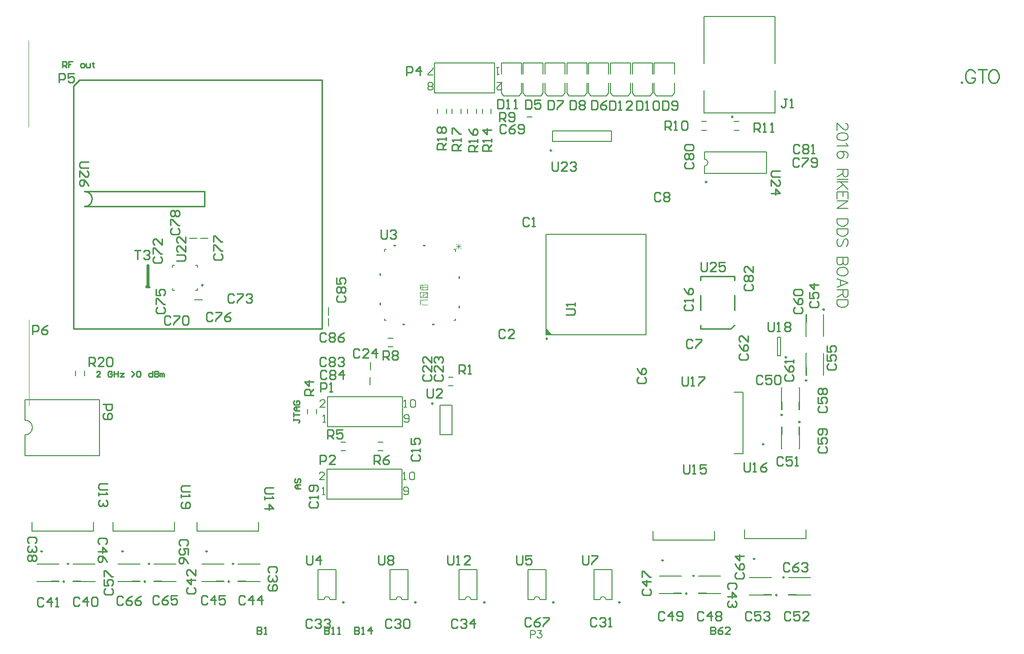
<source format=gto>
%FSAX25Y25*%
%MOIN*%
G70*
G01*
G75*
G04 Layer_Color=65535*
%ADD10R,0.41339X0.33071*%
%ADD11R,0.04134X0.12992*%
%ADD12R,0.05118X0.05906*%
%ADD13R,0.10000X0.15000*%
%ADD14O,0.10000X0.15000*%
%ADD15R,0.20000X0.09500*%
%ADD16R,0.20000X0.04500*%
%ADD17R,0.04331X0.05512*%
%ADD18R,0.05512X0.04331*%
%ADD19R,0.08661X0.07874*%
%ADD20R,0.04331X0.06693*%
%ADD21R,0.01575X0.08465*%
%ADD22R,0.01575X0.08465*%
%ADD23R,0.06693X0.04331*%
%ADD24R,0.07874X0.08661*%
%ADD25R,0.08000X0.07200*%
%ADD26O,0.06500X0.03000*%
%ADD27R,0.06500X0.03000*%
%ADD28O,0.04000X0.20000*%
%ADD29R,0.01181X0.03169*%
%ADD30R,0.03169X0.01181*%
%ADD31R,0.26378X0.26378*%
%ADD32R,0.06496X0.01181*%
%ADD33R,0.33071X0.41339*%
%ADD34R,0.12992X0.04134*%
%ADD35R,0.04331X0.02559*%
%ADD36O,0.07480X0.02362*%
%ADD37C,0.01969*%
%ADD38O,0.02362X0.08661*%
%ADD39R,0.10236X0.05906*%
%ADD40R,0.04000X0.16000*%
%ADD41R,0.16000X0.04000*%
%ADD42R,0.05906X0.05118*%
%ADD43O,0.03150X0.00984*%
%ADD44O,0.00984X0.03150*%
%ADD45R,0.10236X0.10236*%
%ADD46C,0.03543*%
%ADD47C,0.00500*%
%ADD48C,0.03150*%
%ADD49C,0.00787*%
%ADD50C,0.01000*%
%ADD51C,0.01181*%
%ADD52C,0.01969*%
%ADD53C,0.03937*%
%ADD54C,0.02362*%
%ADD55C,0.01575*%
%ADD56C,0.00900*%
%ADD57R,0.11909X0.03543*%
%ADD58R,0.09843X0.09843*%
%ADD59C,0.09843*%
%ADD60R,0.05906X0.05906*%
%ADD61C,0.05906*%
%ADD62C,0.05000*%
%ADD63C,0.14961*%
%ADD64C,0.06299*%
%ADD65R,0.06299X0.06299*%
%ADD66C,0.02598*%
%ADD67C,0.03150*%
%ADD68R,0.05709X0.02165*%
%ADD69O,0.07874X0.01378*%
%ADD70C,0.00984*%
%ADD71C,0.00394*%
%ADD72C,0.00600*%
%ADD73C,0.00720*%
%ADD74C,0.00800*%
%ADD75C,0.00300*%
G36*
X0250081Y0220182D02*
X0248581D01*
Y0221182D01*
X0250081D01*
Y0220182D01*
D02*
G37*
G36*
X0267295Y0231490D02*
X0266295D01*
Y0232990D01*
X0267295D01*
Y0231490D01*
D02*
G37*
G36*
X0328346Y0213681D02*
X0324409D01*
Y0217618D01*
X0328346Y0213681D01*
D02*
G37*
G36*
X0230396Y0220182D02*
X0228896D01*
Y0221182D01*
X0230396D01*
Y0220182D01*
D02*
G37*
G36*
X0214650Y0233459D02*
X0213650D01*
Y0234959D01*
X0214650D01*
Y0233459D01*
D02*
G37*
G36*
X0224490Y0272826D02*
X0222990D01*
Y0273826D01*
X0224490D01*
Y0272826D01*
D02*
G37*
G36*
X0244175D02*
X0242675D01*
Y0273826D01*
X0244175D01*
Y0272826D01*
D02*
G37*
G36*
X0267295Y0251175D02*
X0266295D01*
Y0252675D01*
X0267295D01*
Y0251175D01*
D02*
G37*
G36*
X0214650Y0253144D02*
X0213650D01*
Y0254644D01*
X0214650D01*
Y0253144D01*
D02*
G37*
D49*
X-0022835Y0146949D02*
G03*
X-0022835Y0156791I0000000J0004921D01*
G01*
X0430118Y0326279D02*
G03*
X0430118Y0331004I0000000J0002362D01*
G01*
X0274506Y0036964D02*
G03*
X0270438Y0036964I-0002034J0000000D01*
G01*
X0228506D02*
G03*
X0224438Y0036964I-0002034J0000000D01*
G01*
X0180507D02*
G03*
X0176438Y0036964I-0002034J0000000D01*
G01*
X0320507D02*
G03*
X0316438Y0036964I-0002034J0000000D01*
G01*
X0364507D02*
G03*
X0360438Y0036964I-0002034J0000000D01*
G01*
X-0022835Y0133169D02*
Y0146949D01*
Y0156791D02*
Y0170571D01*
X0026772D01*
Y0133169D02*
Y0170571D01*
X-0022835Y0133169D02*
X0026772D01*
X0132945Y0082768D02*
Y0088673D01*
X0092000Y0082768D02*
X0132945D01*
X0092000D02*
Y0088673D01*
X0076945Y0082768D02*
Y0088673D01*
X0036000Y0082768D02*
X0076945D01*
X0036000D02*
Y0088673D01*
X0022945Y0082768D02*
Y0088673D01*
X-0018000Y0082768D02*
X0022945D01*
X-0018000D02*
Y0088673D01*
X0179528Y0226870D02*
Y0231988D01*
Y0219783D02*
Y0224902D01*
X0481811Y0163693D02*
Y0169008D01*
X0481614Y0178260D02*
X0481811D01*
X0493228Y0163693D02*
Y0169008D01*
Y0178260D02*
X0493425D01*
X0481614Y0163693D02*
Y0178260D01*
X0493425Y0163693D02*
Y0178260D01*
X0493228Y0146945D02*
Y0152260D01*
Y0137693D02*
X0493425D01*
X0481811Y0146945D02*
Y0152260D01*
X0481614Y0137693D02*
X0481811D01*
X0493425D02*
Y0152260D01*
X0481614Y0137693D02*
Y0152260D01*
X0498032Y0186693D02*
Y0192008D01*
X0497835Y0201260D02*
X0498032D01*
X0509449Y0186693D02*
Y0192008D01*
Y0201260D02*
X0509646D01*
X0497835Y0186693D02*
Y0201260D01*
X0509646Y0186693D02*
Y0201260D01*
X0509449Y0221945D02*
Y0227260D01*
Y0212693D02*
X0509646D01*
X0498032Y0221945D02*
Y0227260D01*
X0497835Y0212693D02*
X0498032D01*
X0509646D02*
Y0227260D01*
X0497835Y0212693D02*
Y0227260D01*
X0450000Y0356004D02*
X0453150D01*
X0450000Y0350098D02*
X0453150D01*
X0430118Y0321555D02*
Y0326279D01*
Y0331004D02*
Y0335728D01*
X0471457Y0321555D02*
Y0335728D01*
X0430118Y0321555D02*
X0471457D01*
X0430118Y0335728D02*
X0471457D01*
X0428346Y0350098D02*
X0431496D01*
X0428346Y0356004D02*
X0431496D01*
X0250039Y0375059D02*
Y0395059D01*
X0290039Y0375059D02*
Y0395059D01*
X0250039Y0375059D02*
X0290039D01*
X0250039Y0395059D02*
X0290039D01*
X0287992Y0361319D02*
Y0364469D01*
X0282087Y0361319D02*
Y0364469D01*
X0278150Y0361319D02*
Y0364469D01*
X0272244Y0361319D02*
Y0364469D01*
X0267913Y0361319D02*
Y0364469D01*
X0262008Y0361319D02*
Y0364469D01*
X0258071Y0361319D02*
Y0364469D01*
X0252165Y0361319D02*
Y0364469D01*
X0165551Y0160925D02*
Y0164075D01*
X0171457Y0160925D02*
Y0164075D01*
X0187795Y0136319D02*
X0190945D01*
X0187795Y0142224D02*
X0190945D01*
X0212598Y0136319D02*
X0215748D01*
X0212598Y0142224D02*
X0215748D01*
X0259449Y0179626D02*
X0262598D01*
X0259449Y0185531D02*
X0262598D01*
X0104441Y0049295D02*
X0109756D01*
X0095189Y0049098D02*
Y0049295D01*
X0104441Y0060713D02*
X0109756D01*
X0095189D02*
Y0060909D01*
Y0049098D02*
X0109756D01*
X0095189Y0060909D02*
X0109756D01*
X0119189Y0060713D02*
X0124504D01*
X0133756D02*
Y0060909D01*
X0119189Y0049295D02*
X0124504D01*
X0133756Y0049098D02*
Y0049295D01*
X0119189Y0060909D02*
X0133756D01*
X0119189Y0049098D02*
X0133756D01*
X0063189Y0060713D02*
X0068504D01*
X0077756D02*
Y0060909D01*
X0063189Y0049295D02*
X0068504D01*
X0077756Y0049098D02*
Y0049295D01*
X0063189Y0060909D02*
X0077756D01*
X0063189Y0049098D02*
X0077756D01*
X0048441Y0049295D02*
X0053756D01*
X0039189Y0049098D02*
Y0049295D01*
X0048441Y0060713D02*
X0053756D01*
X0039189D02*
Y0060909D01*
Y0049098D02*
X0053756D01*
X0039189Y0060909D02*
X0053756D01*
X0009189Y0060713D02*
X0014504D01*
X0023756D02*
Y0060909D01*
X0009189Y0049295D02*
X0014504D01*
X0023756Y0049098D02*
Y0049295D01*
X0009189Y0060909D02*
X0023756D01*
X0009189Y0049098D02*
X0023756D01*
X-0005559Y0049295D02*
X-0000244D01*
X-0014811Y0049098D02*
Y0049295D01*
X-0005559Y0060713D02*
X-0000244D01*
X-0014811D02*
Y0060909D01*
Y0049098D02*
X-0000244D01*
X-0014811Y0060909D02*
X-0000244D01*
X0469441Y0040295D02*
X0474756D01*
X0460189Y0040098D02*
Y0040295D01*
X0469441Y0051713D02*
X0474756D01*
X0460189D02*
Y0051910D01*
Y0040098D02*
X0474756D01*
X0460189Y0051910D02*
X0474756D01*
X0409441Y0041295D02*
X0414756D01*
X0400189Y0041098D02*
Y0041295D01*
X0409441Y0052713D02*
X0414756D01*
X0400189D02*
Y0052909D01*
Y0041098D02*
X0414756D01*
X0400189Y0052909D02*
X0414756D01*
X0426189Y0052713D02*
X0431504D01*
X0440756D02*
Y0052909D01*
X0426189Y0041295D02*
X0431504D01*
X0440756Y0041098D02*
Y0041295D01*
X0426189Y0052909D02*
X0440756D01*
X0426189Y0041098D02*
X0440756D01*
X0228465Y0103957D02*
Y0123957D01*
X0178465Y0103957D02*
Y0123957D01*
X0228465D01*
X0178465Y0103957D02*
X0228465D01*
X0228858Y0152382D02*
Y0172382D01*
X0178858Y0152382D02*
Y0172382D01*
X0228858D01*
X0178858Y0152382D02*
X0228858D01*
X0266370Y0036964D02*
Y0057043D01*
X0278575Y0036964D02*
Y0057043D01*
X0266370D02*
X0278575D01*
X0266370Y0036964D02*
X0270438D01*
X0274506D02*
X0278575D01*
X0220370D02*
Y0057043D01*
X0232575Y0036964D02*
Y0057043D01*
X0220370D02*
X0232575D01*
X0220370Y0036964D02*
X0224438D01*
X0228506D02*
X0232575D01*
X0172370D02*
Y0057043D01*
X0184575Y0036964D02*
Y0057043D01*
X0172370D02*
X0184575D01*
X0172370Y0036964D02*
X0176438D01*
X0180507D02*
X0184575D01*
X0312370D02*
Y0057043D01*
X0324575Y0036964D02*
Y0057043D01*
X0312370D02*
X0324575D01*
X0312370Y0036964D02*
X0316438D01*
X0320507D02*
X0324575D01*
X0356370D02*
Y0057043D01*
X0368575Y0036964D02*
Y0057043D01*
X0356370D02*
X0368575D01*
X0356370Y0036964D02*
X0360438D01*
X0364507D02*
X0368575D01*
X0486189Y0051713D02*
X0491504D01*
X0500756D02*
Y0051910D01*
X0486189Y0040295D02*
X0491504D01*
X0500756Y0040098D02*
Y0040295D01*
X0486189Y0051910D02*
X0500756D01*
X0486189Y0040098D02*
X0500756D01*
X0497945Y0077768D02*
Y0083673D01*
X0457000Y0077768D02*
X0497945D01*
X0457000D02*
Y0083673D01*
X0449850Y0175449D02*
X0455756D01*
Y0134504D02*
Y0175449D01*
X0449850Y0134504D02*
X0455756D01*
X0478756Y0199874D02*
Y0212079D01*
X0480724Y0199874D02*
Y0212079D01*
X0478756D02*
X0480724D01*
X0478756Y0199874D02*
X0480724D01*
X0253937Y0147146D02*
X0261811D01*
X0253937Y0166831D02*
X0261811D01*
Y0147146D02*
Y0166831D01*
X0253937Y0147146D02*
Y0166831D01*
X0324409Y0217618D02*
X0328346Y0213681D01*
X0324409D02*
X0391339D01*
X0324409Y0280610D02*
X0391339D01*
X0324409Y0213681D02*
Y0280610D01*
X0391339Y0213681D02*
Y0280610D01*
X0219291Y0205610D02*
X0222441D01*
X0219291Y0211516D02*
X0222441D01*
X0328937Y0342618D02*
X0368307D01*
X0328937Y0349705D02*
X0368307D01*
X0328937Y0342618D02*
Y0349705D01*
X0368307Y0342618D02*
Y0349705D01*
X0312008Y0364862D02*
X0315158D01*
X0312008Y0358957D02*
X0315158D01*
X0308071Y0375098D02*
Y0381791D01*
X0294685Y0375098D02*
X0296260Y0373130D01*
X0306496Y0373130D02*
X0308071Y0375098D01*
X0294685Y0375098D02*
Y0381791D01*
X0296260Y0373130D02*
X0306496D01*
X0294685Y0395177D02*
X0308071D01*
Y0387697D02*
Y0395177D01*
X0294685Y0387697D02*
Y0395177D01*
X0322638Y0375098D02*
Y0381791D01*
X0309252Y0375098D02*
X0310827Y0373130D01*
X0321063Y0373130D02*
X0322638Y0375098D01*
X0309252Y0375098D02*
Y0381791D01*
X0310827Y0373130D02*
X0321063D01*
X0309252Y0395177D02*
X0322638D01*
Y0387697D02*
Y0395177D01*
X0309252Y0387697D02*
Y0395177D01*
X0337205Y0375098D02*
Y0381791D01*
X0323819Y0375098D02*
X0325394Y0373130D01*
X0335630Y0373130D02*
X0337205Y0375098D01*
X0323819Y0375098D02*
Y0381791D01*
X0325394Y0373130D02*
X0335630D01*
X0323819Y0395177D02*
X0337205D01*
Y0387697D02*
Y0395177D01*
X0323819Y0387697D02*
Y0395177D01*
X0351772Y0375098D02*
Y0381791D01*
X0338386Y0375098D02*
X0339961Y0373130D01*
X0350197Y0373130D02*
X0351772Y0375098D01*
X0338386Y0375098D02*
Y0381791D01*
X0339961Y0373130D02*
X0350197D01*
X0338386Y0395177D02*
X0351772D01*
Y0387697D02*
Y0395177D01*
X0338386Y0387697D02*
Y0395177D01*
X0366339Y0375098D02*
Y0381791D01*
X0352953Y0375098D02*
X0354528Y0373130D01*
X0364764Y0373130D02*
X0366339Y0375098D01*
X0352953Y0375098D02*
Y0381791D01*
X0354528Y0373130D02*
X0364764D01*
X0352953Y0395177D02*
X0366339D01*
Y0387697D02*
Y0395177D01*
X0352953Y0387697D02*
Y0395177D01*
X0380906Y0375098D02*
Y0381791D01*
X0367520Y0375098D02*
X0369094Y0373130D01*
X0379331Y0373130D02*
X0380906Y0375098D01*
X0367520Y0375098D02*
Y0381791D01*
X0369094Y0373130D02*
X0379331D01*
X0367520Y0395177D02*
X0380906D01*
Y0387697D02*
Y0395177D01*
X0367520Y0387697D02*
Y0395177D01*
X0395472Y0375098D02*
Y0381791D01*
X0382087Y0375098D02*
X0383661Y0373130D01*
X0393898Y0373130D02*
X0395472Y0375098D01*
X0382087Y0375098D02*
Y0381791D01*
X0383661Y0373130D02*
X0393898D01*
X0382087Y0395177D02*
X0395472D01*
Y0387697D02*
Y0395177D01*
X0382087Y0387697D02*
Y0395177D01*
X0410039Y0375098D02*
Y0381791D01*
X0396654Y0375098D02*
X0398228Y0373130D01*
X0408465Y0373130D02*
X0410039Y0375098D01*
X0396654Y0375098D02*
Y0381791D01*
X0398228Y0373130D02*
X0408465D01*
X0396654Y0395177D02*
X0410039D01*
Y0387697D02*
Y0395177D01*
X0396654Y0387697D02*
Y0395177D01*
X0207480Y0190256D02*
Y0195374D01*
X0207087Y0180413D02*
Y0185531D01*
X0094193Y0278150D02*
X0099311D01*
X0086713D02*
X0091831D01*
X0090256Y0237205D02*
X0095374D01*
X0010827Y0186516D02*
Y0189665D01*
X0016732Y0186516D02*
Y0189665D01*
X0075492Y0243504D02*
X0076772D01*
X0075492D02*
Y0244783D01*
Y0260039D02*
X0076772D01*
X0075492Y0258760D02*
Y0260039D01*
X0090748D02*
X0092027D01*
Y0258760D02*
Y0260039D01*
X0090748Y0243504D02*
X0092027D01*
Y0244783D01*
X0436945Y0076768D02*
Y0082673D01*
X0396000Y0076768D02*
X0436945D01*
X0396000D02*
Y0082673D01*
X0429843Y0361673D02*
Y0376713D01*
Y0361673D02*
X0477244D01*
X0477244D02*
Y0376713D01*
Y0394823D02*
Y0426240D01*
X0429843D02*
X0477244D01*
X0429843Y0394823D02*
Y0426240D01*
D50*
X0016969Y0299287D02*
G03*
X0016969Y0309287I0000000J0005000D01*
G01*
X0060256Y0245433D02*
G03*
X0057756Y0245433I-0001250J0000000D01*
G01*
X0016969Y0309287D02*
X0096969D01*
Y0299287D02*
Y0309287D01*
X0016969Y0299287D02*
X0096969D01*
X0447638Y0217598D02*
X0450138Y0220098D01*
X0427638Y0217598D02*
X0447638D01*
X0427638Y0230098D02*
Y0240098D01*
Y0250098D02*
Y0252598D01*
X0450138D01*
Y0250098D02*
Y0252598D01*
Y0230098D02*
Y0240098D01*
X0427638Y0217598D02*
Y0220098D01*
X0058506Y0245433D02*
Y0260433D01*
X0059506D01*
Y0245433D02*
Y0260433D01*
X0057756Y0245433D02*
X0059506D01*
X0058506D02*
X0060256D01*
X0009512Y0217844D02*
Y0379644D01*
Y0217844D02*
X0175312D01*
Y0383644D01*
X0013512D02*
X0175312D01*
X0009512Y0379644D02*
X0013512Y0383644D01*
X0029035Y0167421D02*
X0035034D01*
Y0164422D01*
X0034034Y0163423D01*
X0032035D01*
X0031035Y0164422D01*
Y0167421D01*
X0030035Y0161423D02*
X0029035Y0160424D01*
Y0158424D01*
X0030035Y0157424D01*
X0034034D01*
X0035034Y0158424D01*
Y0160424D01*
X0034034Y0161423D01*
X0033034D01*
X0032035Y0160424D01*
Y0157424D01*
X0185848Y0239629D02*
X0184848Y0238629D01*
Y0236630D01*
X0185848Y0235630D01*
X0189847D01*
X0190847Y0236630D01*
Y0238629D01*
X0189847Y0239629D01*
X0185848Y0241628D02*
X0184848Y0242628D01*
Y0244627D01*
X0185848Y0245627D01*
X0186848D01*
X0187847Y0244627D01*
X0188847Y0245627D01*
X0189847D01*
X0190847Y0244627D01*
Y0242628D01*
X0189847Y0241628D01*
X0188847D01*
X0187847Y0242628D01*
X0186848Y0241628D01*
X0185848D01*
X0187847Y0242628D02*
Y0244627D01*
X0184848Y0251625D02*
Y0247626D01*
X0187847D01*
X0186848Y0249625D01*
Y0250625D01*
X0187847Y0251625D01*
X0189847D01*
X0190847Y0250625D01*
Y0248626D01*
X0189847Y0247626D01*
X0177916Y0214152D02*
X0176916Y0215152D01*
X0174917D01*
X0173917Y0214152D01*
Y0210153D01*
X0174917Y0209154D01*
X0176916D01*
X0177916Y0210153D01*
X0179915Y0214152D02*
X0180915Y0215152D01*
X0182914D01*
X0183914Y0214152D01*
Y0213152D01*
X0182914Y0212153D01*
X0183914Y0211153D01*
Y0210153D01*
X0182914Y0209154D01*
X0180915D01*
X0179915Y0210153D01*
Y0211153D01*
X0180915Y0212153D01*
X0179915Y0213152D01*
Y0214152D01*
X0180915Y0212153D02*
X0182914D01*
X0189912Y0215152D02*
X0187913Y0214152D01*
X0185913Y0212153D01*
Y0210153D01*
X0186913Y0209154D01*
X0188912D01*
X0189912Y0210153D01*
Y0211153D01*
X0188912Y0212153D01*
X0185913D01*
X0485101Y0371254D02*
X0483102D01*
X0484101D01*
Y0366256D01*
X0483102Y0365256D01*
X0482102D01*
X0481102Y0366256D01*
X0487100Y0365256D02*
X0489100D01*
X0488100D01*
Y0371254D01*
X0487100Y0370254D01*
X0480407Y0323130D02*
X0475409D01*
X0474409Y0322130D01*
Y0320131D01*
X0475409Y0319131D01*
X0480407D01*
X0474409Y0313133D02*
Y0317132D01*
X0478408Y0313133D01*
X0479408D01*
X0480407Y0314133D01*
Y0316132D01*
X0479408Y0317132D01*
X0474409Y0308135D02*
X0480407D01*
X0477409Y0311134D01*
Y0307135D01*
X0050058Y0269975D02*
X0054057D01*
X0052058D01*
Y0263977D01*
X0056056Y0268975D02*
X0057056Y0269975D01*
X0059055D01*
X0060055Y0268975D01*
Y0267976D01*
X0059055Y0266976D01*
X0058056D01*
X0059055D01*
X0060055Y0265977D01*
Y0264977D01*
X0059055Y0263977D01*
X0057056D01*
X0056056Y0264977D01*
X0463287Y0349213D02*
Y0355211D01*
X0466286D01*
X0467286Y0354211D01*
Y0352212D01*
X0466286Y0351212D01*
X0463287D01*
X0465287D02*
X0467286Y0349213D01*
X0469285D02*
X0471285D01*
X0470285D01*
Y0355211D01*
X0469285Y0354211D01*
X0474284Y0349213D02*
X0476283D01*
X0475283D01*
Y0355211D01*
X0474284Y0354211D01*
X0403937Y0350394D02*
Y0356392D01*
X0406936D01*
X0407936Y0355392D01*
Y0353393D01*
X0406936Y0352393D01*
X0403937D01*
X0405936D02*
X0407936Y0350394D01*
X0409935D02*
X0411934D01*
X0410935D01*
Y0356392D01*
X0409935Y0355392D01*
X0414933D02*
X0415933Y0356392D01*
X0417933D01*
X0418932Y0355392D01*
Y0351393D01*
X0417933Y0350394D01*
X0415933D01*
X0414933Y0351393D01*
Y0355392D01*
X0493467Y0339742D02*
X0492467Y0340742D01*
X0490468D01*
X0489468Y0339742D01*
Y0335744D01*
X0490468Y0334744D01*
X0492467D01*
X0493467Y0335744D01*
X0495467Y0339742D02*
X0496466Y0340742D01*
X0498466D01*
X0499465Y0339742D01*
Y0338743D01*
X0498466Y0337743D01*
X0499465Y0336743D01*
Y0335744D01*
X0498466Y0334744D01*
X0496466D01*
X0495467Y0335744D01*
Y0336743D01*
X0496466Y0337743D01*
X0495467Y0338743D01*
Y0339742D01*
X0496466Y0337743D02*
X0498466D01*
X0501465Y0334744D02*
X0503464D01*
X0502464D01*
Y0340742D01*
X0501465Y0339742D01*
X0417836Y0328802D02*
X0416837Y0327802D01*
Y0325803D01*
X0417836Y0324803D01*
X0421835D01*
X0422835Y0325803D01*
Y0327802D01*
X0421835Y0328802D01*
X0417836Y0330801D02*
X0416837Y0331801D01*
Y0333800D01*
X0417836Y0334800D01*
X0418836D01*
X0419836Y0333800D01*
X0420835Y0334800D01*
X0421835D01*
X0422835Y0333800D01*
Y0331801D01*
X0421835Y0330801D01*
X0420835D01*
X0419836Y0331801D01*
X0418836Y0330801D01*
X0417836D01*
X0419836Y0331801D02*
Y0333800D01*
X0417836Y0336799D02*
X0416837Y0337799D01*
Y0339798D01*
X0417836Y0340798D01*
X0421835D01*
X0422835Y0339798D01*
Y0337799D01*
X0421835Y0336799D01*
X0417836D01*
X0493172Y0330884D02*
X0492172Y0331884D01*
X0490173D01*
X0489173Y0330884D01*
Y0326886D01*
X0490173Y0325886D01*
X0492172D01*
X0493172Y0326886D01*
X0495171Y0331884D02*
X0499170D01*
Y0330884D01*
X0495171Y0326886D01*
Y0325886D01*
X0501169Y0326886D02*
X0502169Y0325886D01*
X0504168D01*
X0505168Y0326886D01*
Y0330884D01*
X0504168Y0331884D01*
X0502169D01*
X0501169Y0330884D01*
Y0329885D01*
X0502169Y0328885D01*
X0505168D01*
X0075317Y0284904D02*
X0074317Y0283905D01*
Y0281905D01*
X0075317Y0280906D01*
X0079315D01*
X0080315Y0281905D01*
Y0283905D01*
X0079315Y0284904D01*
X0074317Y0286904D02*
Y0290902D01*
X0075317D01*
X0079315Y0286904D01*
X0080315D01*
X0075317Y0292902D02*
X0074317Y0293901D01*
Y0295901D01*
X0075317Y0296900D01*
X0076316D01*
X0077316Y0295901D01*
X0078316Y0296900D01*
X0079315D01*
X0080315Y0295901D01*
Y0293901D01*
X0079315Y0292902D01*
X0078316D01*
X0077316Y0293901D01*
X0076316Y0292902D01*
X0075317D01*
X0077316Y0293901D02*
Y0295901D01*
X0103761Y0267877D02*
X0102762Y0266877D01*
Y0264878D01*
X0103761Y0263878D01*
X0107760D01*
X0108760Y0264878D01*
Y0266877D01*
X0107760Y0267877D01*
X0102762Y0269876D02*
Y0273875D01*
X0103761D01*
X0107760Y0269876D01*
X0108760D01*
X0102762Y0275874D02*
Y0279873D01*
X0103761D01*
X0107760Y0275874D01*
X0108760D01*
X0102129Y0227833D02*
X0101129Y0228833D01*
X0099130D01*
X0098130Y0227833D01*
Y0223834D01*
X0099130Y0222835D01*
X0101129D01*
X0102129Y0223834D01*
X0104128Y0228833D02*
X0108127D01*
Y0227833D01*
X0104128Y0223834D01*
Y0222835D01*
X0114125Y0228833D02*
X0112125Y0227833D01*
X0110126Y0225834D01*
Y0223834D01*
X0111126Y0222835D01*
X0113125D01*
X0114125Y0223834D01*
Y0224834D01*
X0113125Y0225834D01*
X0110126D01*
X0065474Y0231951D02*
X0064474Y0230952D01*
Y0228952D01*
X0065474Y0227953D01*
X0069473D01*
X0070472Y0228952D01*
Y0230952D01*
X0069473Y0231951D01*
X0064474Y0233951D02*
Y0237949D01*
X0065474D01*
X0069473Y0233951D01*
X0070472D01*
X0064474Y0243948D02*
Y0239949D01*
X0067473D01*
X0066474Y0241948D01*
Y0242948D01*
X0067473Y0243948D01*
X0069473D01*
X0070472Y0242948D01*
Y0240949D01*
X0069473Y0239949D01*
X0116499Y0240038D02*
X0115499Y0241037D01*
X0113500D01*
X0112500Y0240038D01*
Y0236039D01*
X0113500Y0235039D01*
X0115499D01*
X0116499Y0236039D01*
X0118498Y0241037D02*
X0122497D01*
Y0240038D01*
X0118498Y0236039D01*
Y0235039D01*
X0124496Y0240038D02*
X0125496Y0241037D01*
X0127495D01*
X0128495Y0240038D01*
Y0239038D01*
X0127495Y0238038D01*
X0126496D01*
X0127495D01*
X0128495Y0237039D01*
Y0236039D01*
X0127495Y0235039D01*
X0125496D01*
X0124496Y0236039D01*
X0063407Y0265613D02*
X0062407Y0264613D01*
Y0262614D01*
X0063407Y0261614D01*
X0067406D01*
X0068405Y0262614D01*
Y0264613D01*
X0067406Y0265613D01*
X0062407Y0267612D02*
Y0271611D01*
X0063407D01*
X0067406Y0267612D01*
X0068405D01*
Y0277609D02*
Y0273610D01*
X0064407Y0277609D01*
X0063407D01*
X0062407Y0276609D01*
Y0274610D01*
X0063407Y0273610D01*
X0074077Y0225569D02*
X0073078Y0226569D01*
X0071078D01*
X0070079Y0225569D01*
Y0221571D01*
X0071078Y0220571D01*
X0073078D01*
X0074077Y0221571D01*
X0076077Y0226569D02*
X0080076D01*
Y0225569D01*
X0076077Y0221571D01*
Y0220571D01*
X0082075Y0225569D02*
X0083074Y0226569D01*
X0085074D01*
X0086074Y0225569D01*
Y0221571D01*
X0085074Y0220571D01*
X0083074D01*
X0082075Y0221571D01*
Y0225569D01*
X0337876Y0227146D02*
X0342874D01*
X0343874Y0228145D01*
Y0230145D01*
X0342874Y0231144D01*
X0337876D01*
X0343874Y0233144D02*
Y0235143D01*
Y0234143D01*
X0337876D01*
X0338876Y0233144D01*
X0313103Y0291196D02*
X0312103Y0292196D01*
X0310104D01*
X0309104Y0291196D01*
Y0287197D01*
X0310104Y0286198D01*
X0312103D01*
X0313103Y0287197D01*
X0315102Y0286198D02*
X0317101D01*
X0316102D01*
Y0292196D01*
X0315102Y0291196D01*
X0297306Y0216317D02*
X0296306Y0217317D01*
X0294307D01*
X0293307Y0216317D01*
Y0212319D01*
X0294307Y0211319D01*
X0296306D01*
X0297306Y0212319D01*
X0303304Y0211319D02*
X0299305D01*
X0303304Y0215318D01*
Y0216317D01*
X0302304Y0217317D01*
X0300305D01*
X0299305Y0216317D01*
X0386045Y0185495D02*
X0385045Y0184495D01*
Y0182496D01*
X0386045Y0181496D01*
X0390044D01*
X0391043Y0182496D01*
Y0184495D01*
X0390044Y0185495D01*
X0385045Y0191493D02*
X0386045Y0189494D01*
X0388044Y0187494D01*
X0390044D01*
X0391043Y0188494D01*
Y0190493D01*
X0390044Y0191493D01*
X0389044D01*
X0388044Y0190493D01*
Y0187494D01*
X0422097Y0209709D02*
X0421098Y0210709D01*
X0419098D01*
X0418098Y0209709D01*
Y0205711D01*
X0419098Y0204711D01*
X0421098D01*
X0422097Y0205711D01*
X0424096Y0210709D02*
X0428095D01*
Y0209709D01*
X0424096Y0205711D01*
Y0204711D01*
X0400912Y0307709D02*
X0399912Y0308708D01*
X0397913D01*
X0396913Y0307709D01*
Y0303710D01*
X0397913Y0302710D01*
X0399912D01*
X0400912Y0303710D01*
X0402912Y0307709D02*
X0403911Y0308708D01*
X0405910D01*
X0406910Y0307709D01*
Y0306709D01*
X0405910Y0305709D01*
X0406910Y0304710D01*
Y0303710D01*
X0405910Y0302710D01*
X0403911D01*
X0402912Y0303710D01*
Y0304710D01*
X0403911Y0305709D01*
X0402912Y0306709D01*
Y0307709D01*
X0403911Y0305709D02*
X0405910D01*
X0235356Y0133625D02*
X0234356Y0132625D01*
Y0130626D01*
X0235356Y0129626D01*
X0239355D01*
X0240354Y0130626D01*
Y0132625D01*
X0239355Y0133625D01*
X0240354Y0135624D02*
Y0137623D01*
Y0136624D01*
X0234356D01*
X0235356Y0135624D01*
X0234356Y0144621D02*
Y0140622D01*
X0237355D01*
X0236356Y0142622D01*
Y0143622D01*
X0237355Y0144621D01*
X0239355D01*
X0240354Y0143622D01*
Y0141622D01*
X0239355Y0140622D01*
X0417541Y0233920D02*
X0416541Y0232920D01*
Y0230921D01*
X0417541Y0229921D01*
X0421540D01*
X0422539Y0230921D01*
Y0232920D01*
X0421540Y0233920D01*
X0422539Y0235919D02*
Y0237919D01*
Y0236919D01*
X0416541D01*
X0417541Y0235919D01*
X0416541Y0244916D02*
X0417541Y0242917D01*
X0419540Y0240918D01*
X0421540D01*
X0422539Y0241917D01*
Y0243917D01*
X0421540Y0244916D01*
X0420540D01*
X0419540Y0243917D01*
Y0240918D01*
X0167541Y0102424D02*
X0166541Y0101424D01*
Y0099425D01*
X0167541Y0098425D01*
X0171540D01*
X0172539Y0099425D01*
Y0101424D01*
X0171540Y0102424D01*
X0172539Y0104423D02*
Y0106423D01*
Y0105423D01*
X0166541D01*
X0167541Y0104423D01*
X0171540Y0109422D02*
X0172539Y0110421D01*
Y0112421D01*
X0171540Y0113420D01*
X0167541D01*
X0166541Y0112421D01*
Y0110421D01*
X0167541Y0109422D01*
X0168541D01*
X0169540Y0110421D01*
Y0113420D01*
X0174021Y0175773D02*
Y0181771D01*
X0177020D01*
X0178019Y0180772D01*
Y0178772D01*
X0177020Y0177773D01*
X0174021D01*
X0180018Y0175773D02*
X0182018D01*
X0181018D01*
Y0181771D01*
X0180018Y0180772D01*
X0173708Y0127390D02*
Y0133388D01*
X0176707D01*
X0177707Y0132388D01*
Y0130389D01*
X0176707Y0129389D01*
X0173708D01*
X0183705Y0127390D02*
X0179706D01*
X0183705Y0131388D01*
Y0132388D01*
X0182705Y0133388D01*
X0180706D01*
X0179706Y0132388D01*
X0266634Y0187795D02*
Y0193793D01*
X0269633D01*
X0270633Y0192794D01*
Y0190794D01*
X0269633Y0189795D01*
X0266634D01*
X0268633D02*
X0270633Y0187795D01*
X0272632D02*
X0274631D01*
X0273632D01*
Y0193793D01*
X0272632Y0192794D01*
X0169488Y0173327D02*
X0163490D01*
Y0176326D01*
X0164490Y0177325D01*
X0166489D01*
X0167489Y0176326D01*
Y0173327D01*
Y0175326D02*
X0169488Y0177325D01*
Y0182324D02*
X0163490D01*
X0166489Y0179325D01*
Y0183324D01*
X0178937Y0144291D02*
Y0150289D01*
X0181936D01*
X0182936Y0149290D01*
Y0147290D01*
X0181936Y0146291D01*
X0178937D01*
X0180936D02*
X0182936Y0144291D01*
X0188934Y0150289D02*
X0184935D01*
Y0147290D01*
X0186934Y0148290D01*
X0187934D01*
X0188934Y0147290D01*
Y0145291D01*
X0187934Y0144291D01*
X0185935D01*
X0184935Y0145291D01*
X0209842Y0127264D02*
Y0133262D01*
X0212842D01*
X0213841Y0132262D01*
Y0130263D01*
X0212842Y0129263D01*
X0209842D01*
X0211842D02*
X0213841Y0127264D01*
X0219839Y0133262D02*
X0217840Y0132262D01*
X0215841Y0130263D01*
Y0128263D01*
X0216840Y0127264D01*
X0218840D01*
X0219839Y0128263D01*
Y0129263D01*
X0218840Y0130263D01*
X0215841D01*
X0214672Y0283602D02*
Y0278604D01*
X0215672Y0277604D01*
X0217671D01*
X0218671Y0278604D01*
Y0283602D01*
X0220671Y0282602D02*
X0221670Y0283602D01*
X0223670D01*
X0224669Y0282602D01*
Y0281603D01*
X0223670Y0280603D01*
X0222670D01*
X0223670D01*
X0224669Y0279603D01*
Y0278604D01*
X0223670Y0277604D01*
X0221670D01*
X0220671Y0278604D01*
X0243277Y0187168D02*
X0242278Y0186168D01*
Y0184169D01*
X0243277Y0183169D01*
X0247276D01*
X0248276Y0184169D01*
Y0186168D01*
X0247276Y0187168D01*
X0248276Y0193166D02*
Y0189167D01*
X0244277Y0193166D01*
X0243277D01*
X0242278Y0192166D01*
Y0190167D01*
X0243277Y0189167D01*
X0248276Y0199164D02*
Y0195165D01*
X0244277Y0199164D01*
X0243277D01*
X0242278Y0198164D01*
Y0196165D01*
X0243277Y0195165D01*
X0250758Y0187168D02*
X0249758Y0186168D01*
Y0184169D01*
X0250758Y0183169D01*
X0254756D01*
X0255756Y0184169D01*
Y0186168D01*
X0254756Y0187168D01*
X0255756Y0193166D02*
Y0189167D01*
X0251757Y0193166D01*
X0250758D01*
X0249758Y0192166D01*
Y0190167D01*
X0250758Y0189167D01*
Y0195165D02*
X0249758Y0196165D01*
Y0198164D01*
X0250758Y0199164D01*
X0251757D01*
X0252757Y0198164D01*
Y0197165D01*
Y0198164D01*
X0253757Y0199164D01*
X0254756D01*
X0255756Y0198164D01*
Y0196165D01*
X0254756Y0195165D01*
X0200062Y0203325D02*
X0199062Y0204325D01*
X0197063D01*
X0196063Y0203325D01*
Y0199326D01*
X0197063Y0198327D01*
X0199062D01*
X0200062Y0199326D01*
X0206060Y0198327D02*
X0202061D01*
X0206060Y0202326D01*
Y0203325D01*
X0205060Y0204325D01*
X0203061D01*
X0202061Y0203325D01*
X0211058Y0198327D02*
Y0204325D01*
X0208059Y0201326D01*
X0212058D01*
X0221471Y0023002D02*
X0220472Y0024002D01*
X0218472D01*
X0217472Y0023002D01*
Y0019004D01*
X0218472Y0018004D01*
X0220472D01*
X0221471Y0019004D01*
X0223470Y0023002D02*
X0224470Y0024002D01*
X0226469D01*
X0227469Y0023002D01*
Y0022003D01*
X0226469Y0021003D01*
X0225470D01*
X0226469D01*
X0227469Y0020003D01*
Y0019004D01*
X0226469Y0018004D01*
X0224470D01*
X0223470Y0019004D01*
X0229469Y0023002D02*
X0230468Y0024002D01*
X0232468D01*
X0233467Y0023002D01*
Y0019004D01*
X0232468Y0018004D01*
X0230468D01*
X0229469Y0019004D01*
Y0023002D01*
X0358271Y0024002D02*
X0357272Y0025002D01*
X0355272D01*
X0354272Y0024002D01*
Y0020004D01*
X0355272Y0019004D01*
X0357272D01*
X0358271Y0020004D01*
X0360271Y0024002D02*
X0361270Y0025002D01*
X0363269D01*
X0364269Y0024002D01*
Y0023003D01*
X0363269Y0022003D01*
X0362270D01*
X0363269D01*
X0364269Y0021003D01*
Y0020004D01*
X0363269Y0019004D01*
X0361270D01*
X0360271Y0020004D01*
X0366269Y0019004D02*
X0368268D01*
X0367268D01*
Y0025002D01*
X0366269Y0024002D01*
X0168471Y0023002D02*
X0167472Y0024002D01*
X0165472D01*
X0164472Y0023002D01*
Y0019004D01*
X0165472Y0018004D01*
X0167472D01*
X0168471Y0019004D01*
X0170470Y0023002D02*
X0171470Y0024002D01*
X0173469D01*
X0174469Y0023002D01*
Y0022003D01*
X0173469Y0021003D01*
X0172470D01*
X0173469D01*
X0174469Y0020003D01*
Y0019004D01*
X0173469Y0018004D01*
X0171470D01*
X0170470Y0019004D01*
X0176469Y0023002D02*
X0177468Y0024002D01*
X0179468D01*
X0180467Y0023002D01*
Y0022003D01*
X0179468Y0021003D01*
X0178468D01*
X0179468D01*
X0180467Y0020003D01*
Y0019004D01*
X0179468Y0018004D01*
X0177468D01*
X0176469Y0019004D01*
X0265471Y0023002D02*
X0264472Y0024002D01*
X0262472D01*
X0261472Y0023002D01*
Y0019004D01*
X0262472Y0018004D01*
X0264472D01*
X0265471Y0019004D01*
X0267471Y0023002D02*
X0268470Y0024002D01*
X0270469D01*
X0271469Y0023002D01*
Y0022003D01*
X0270469Y0021003D01*
X0269470D01*
X0270469D01*
X0271469Y0020003D01*
Y0019004D01*
X0270469Y0018004D01*
X0268470D01*
X0267471Y0019004D01*
X0276468Y0018004D02*
Y0024002D01*
X0273469Y0021003D01*
X0277467D01*
X0013546Y0037872D02*
X0012546Y0038872D01*
X0010547D01*
X0009547Y0037872D01*
Y0033874D01*
X0010547Y0032874D01*
X0012546D01*
X0013546Y0033874D01*
X0018544Y0032874D02*
Y0038872D01*
X0015545Y0035873D01*
X0019544D01*
X0021543Y0037872D02*
X0022543Y0038872D01*
X0024542D01*
X0025542Y0037872D01*
Y0033874D01*
X0024542Y0032874D01*
X0022543D01*
X0021543Y0033874D01*
Y0037872D01*
X-0010371Y0037479D02*
X-0011371Y0038478D01*
X-0013370D01*
X-0014370Y0037479D01*
Y0033480D01*
X-0013370Y0032480D01*
X-0011371D01*
X-0010371Y0033480D01*
X-0005373Y0032480D02*
Y0038478D01*
X-0008372Y0035479D01*
X-0004373D01*
X-0002374Y0032480D02*
X-0000375D01*
X-0001374D01*
Y0038478D01*
X-0002374Y0037479D01*
X0123782Y0038857D02*
X0122783Y0039856D01*
X0120783D01*
X0119783Y0038857D01*
Y0034858D01*
X0120783Y0033858D01*
X0122783D01*
X0123782Y0034858D01*
X0128780Y0033858D02*
Y0039856D01*
X0125782Y0036857D01*
X0129780D01*
X0134779Y0033858D02*
Y0039856D01*
X0131780Y0036857D01*
X0135778D01*
X0098684Y0038660D02*
X0097684Y0039660D01*
X0095685D01*
X0094685Y0038660D01*
Y0034661D01*
X0095685Y0033661D01*
X0097684D01*
X0098684Y0034661D01*
X0103682Y0033661D02*
Y0039660D01*
X0100683Y0036660D01*
X0104682D01*
X0110680Y0039660D02*
X0106681D01*
Y0036660D01*
X0108680Y0037660D01*
X0109680D01*
X0110680Y0036660D01*
Y0034661D01*
X0109680Y0033661D01*
X0107681D01*
X0106681Y0034661D01*
X0429471Y0028002D02*
X0428472Y0029002D01*
X0426472D01*
X0425472Y0028002D01*
Y0024004D01*
X0426472Y0023004D01*
X0428472D01*
X0429471Y0024004D01*
X0434470Y0023004D02*
Y0029002D01*
X0431470Y0026003D01*
X0435469D01*
X0437469Y0028002D02*
X0438468Y0029002D01*
X0440468D01*
X0441467Y0028002D01*
Y0027003D01*
X0440468Y0026003D01*
X0441467Y0025003D01*
Y0024004D01*
X0440468Y0023004D01*
X0438468D01*
X0437469Y0024004D01*
Y0025003D01*
X0438468Y0026003D01*
X0437469Y0027003D01*
Y0028002D01*
X0438468Y0026003D02*
X0440468D01*
X0403471Y0028002D02*
X0402471Y0029002D01*
X0400472D01*
X0399472Y0028002D01*
Y0024004D01*
X0400472Y0023004D01*
X0402471D01*
X0403471Y0024004D01*
X0408469Y0023004D02*
Y0029002D01*
X0405471Y0026003D01*
X0409469D01*
X0411469Y0024004D02*
X0412468Y0023004D01*
X0414468D01*
X0415467Y0024004D01*
Y0028002D01*
X0414468Y0029002D01*
X0412468D01*
X0411469Y0028002D01*
Y0027003D01*
X0412468Y0026003D01*
X0415467D01*
X0487471Y0028002D02*
X0486472Y0029002D01*
X0484472D01*
X0483472Y0028002D01*
Y0024004D01*
X0484472Y0023004D01*
X0486472D01*
X0487471Y0024004D01*
X0493469Y0029002D02*
X0489470D01*
Y0026003D01*
X0491470Y0027003D01*
X0492470D01*
X0493469Y0026003D01*
Y0024004D01*
X0492470Y0023004D01*
X0490470D01*
X0489470Y0024004D01*
X0499467Y0023004D02*
X0495469D01*
X0499467Y0027003D01*
Y0028002D01*
X0498468Y0029002D01*
X0496468D01*
X0495469Y0028002D01*
X0461471D02*
X0460471Y0029002D01*
X0458472D01*
X0457472Y0028002D01*
Y0024004D01*
X0458472Y0023004D01*
X0460471D01*
X0461471Y0024004D01*
X0467469Y0029002D02*
X0463471D01*
Y0026003D01*
X0465470Y0027003D01*
X0466469D01*
X0467469Y0026003D01*
Y0024004D01*
X0466469Y0023004D01*
X0464470D01*
X0463471Y0024004D01*
X0469469Y0028002D02*
X0470468Y0029002D01*
X0472468D01*
X0473467Y0028002D01*
Y0027003D01*
X0472468Y0026003D01*
X0471468D01*
X0472468D01*
X0473467Y0025003D01*
Y0024004D01*
X0472468Y0023004D01*
X0470468D01*
X0469469Y0024004D01*
X0506742Y0165975D02*
X0505742Y0164975D01*
Y0162976D01*
X0506742Y0161976D01*
X0510741D01*
X0511740Y0162976D01*
Y0164975D01*
X0510741Y0165975D01*
X0505742Y0171973D02*
Y0167974D01*
X0508741D01*
X0507741Y0169974D01*
Y0170974D01*
X0508741Y0171973D01*
X0510741D01*
X0511740Y0170974D01*
Y0168974D01*
X0510741Y0167974D01*
X0506742Y0173972D02*
X0505742Y0174972D01*
Y0176971D01*
X0506742Y0177971D01*
X0507741D01*
X0508741Y0176971D01*
X0509741Y0177971D01*
X0510741D01*
X0511740Y0176971D01*
Y0174972D01*
X0510741Y0173972D01*
X0509741D01*
X0508741Y0174972D01*
X0507741Y0173972D01*
X0506742D01*
X0508741Y0174972D02*
Y0176971D01*
X0506742Y0138975D02*
X0505742Y0137975D01*
Y0135976D01*
X0506742Y0134976D01*
X0510741D01*
X0511740Y0135976D01*
Y0137975D01*
X0510741Y0138975D01*
X0505742Y0144973D02*
Y0140974D01*
X0508741D01*
X0507741Y0142974D01*
Y0143974D01*
X0508741Y0144973D01*
X0510741D01*
X0511740Y0143974D01*
Y0141974D01*
X0510741Y0140974D01*
Y0146973D02*
X0511740Y0147972D01*
Y0149971D01*
X0510741Y0150971D01*
X0506742D01*
X0505742Y0149971D01*
Y0147972D01*
X0506742Y0146973D01*
X0507741D01*
X0508741Y0147972D01*
Y0150971D01*
X0490376Y0232247D02*
X0489376Y0231247D01*
Y0229248D01*
X0490376Y0228248D01*
X0494374D01*
X0495374Y0229248D01*
Y0231247D01*
X0494374Y0232247D01*
X0489376Y0238245D02*
X0490376Y0236245D01*
X0492375Y0234246D01*
X0494374D01*
X0495374Y0235246D01*
Y0237245D01*
X0494374Y0238245D01*
X0493375D01*
X0492375Y0237245D01*
Y0234246D01*
X0490376Y0240244D02*
X0489376Y0241244D01*
Y0243243D01*
X0490376Y0244243D01*
X0494374D01*
X0495374Y0243243D01*
Y0241244D01*
X0494374Y0240244D01*
X0490376D01*
X0484372Y0187168D02*
X0483372Y0186168D01*
Y0184169D01*
X0484372Y0183169D01*
X0488370D01*
X0489370Y0184169D01*
Y0186168D01*
X0488370Y0187168D01*
X0483372Y0193166D02*
X0484372Y0191167D01*
X0486371Y0189167D01*
X0488370D01*
X0489370Y0190167D01*
Y0192166D01*
X0488370Y0193166D01*
X0487371D01*
X0486371Y0192166D01*
Y0189167D01*
X0489370Y0195165D02*
Y0197165D01*
Y0196165D01*
X0483372D01*
X0484372Y0195165D01*
X0454254Y0201243D02*
X0453254Y0200243D01*
Y0198244D01*
X0454254Y0197244D01*
X0458252D01*
X0459252Y0198244D01*
Y0200243D01*
X0458252Y0201243D01*
X0453254Y0207241D02*
X0454254Y0205241D01*
X0456253Y0203242D01*
X0458252D01*
X0459252Y0204242D01*
Y0206241D01*
X0458252Y0207241D01*
X0457253D01*
X0456253Y0206241D01*
Y0203242D01*
X0459252Y0213239D02*
Y0209240D01*
X0455253Y0213239D01*
X0454254D01*
X0453254Y0212239D01*
Y0210240D01*
X0454254Y0209240D01*
X0066597Y0038660D02*
X0065597Y0039660D01*
X0063598D01*
X0062598Y0038660D01*
Y0034661D01*
X0063598Y0033661D01*
X0065597D01*
X0066597Y0034661D01*
X0072595Y0039660D02*
X0070596Y0038660D01*
X0068597Y0036660D01*
Y0034661D01*
X0069596Y0033661D01*
X0071596D01*
X0072595Y0034661D01*
Y0035661D01*
X0071596Y0036660D01*
X0068597D01*
X0078593Y0039660D02*
X0074594D01*
Y0036660D01*
X0076594Y0037660D01*
X0077594D01*
X0078593Y0036660D01*
Y0034661D01*
X0077594Y0033661D01*
X0075594D01*
X0074594Y0034661D01*
X0042680Y0038463D02*
X0041680Y0039463D01*
X0039681D01*
X0038681Y0038463D01*
Y0034464D01*
X0039681Y0033465D01*
X0041680D01*
X0042680Y0034464D01*
X0048678Y0039463D02*
X0046679Y0038463D01*
X0044679Y0036464D01*
Y0034464D01*
X0045679Y0033465D01*
X0047678D01*
X0048678Y0034464D01*
Y0035464D01*
X0047678Y0036464D01*
X0044679D01*
X0054676Y0039463D02*
X0052677Y0038463D01*
X0050677Y0036464D01*
Y0034464D01*
X0051677Y0033465D01*
X0053676D01*
X0054676Y0034464D01*
Y0035464D01*
X0053676Y0036464D01*
X0050677D01*
X0314471Y0024002D02*
X0313472Y0025002D01*
X0311472D01*
X0310472Y0024002D01*
Y0020004D01*
X0311472Y0019004D01*
X0313472D01*
X0314471Y0020004D01*
X0320469Y0025002D02*
X0318470Y0024002D01*
X0316471Y0022003D01*
Y0020004D01*
X0317470Y0019004D01*
X0319469D01*
X0320469Y0020004D01*
Y0021003D01*
X0319469Y0022003D01*
X0316471D01*
X0322469Y0025002D02*
X0326467D01*
Y0024002D01*
X0322469Y0020004D01*
Y0019004D01*
X0215748Y0197146D02*
Y0203144D01*
X0218747D01*
X0219747Y0202144D01*
Y0200145D01*
X0218747Y0199145D01*
X0215748D01*
X0217747D02*
X0219747Y0197146D01*
X0221746Y0202144D02*
X0222746Y0203144D01*
X0224745D01*
X0225745Y0202144D01*
Y0201144D01*
X0224745Y0200145D01*
X0225745Y0199145D01*
Y0198145D01*
X0224745Y0197146D01*
X0222746D01*
X0221746Y0198145D01*
Y0199145D01*
X0222746Y0200145D01*
X0221746Y0201144D01*
Y0202144D01*
X0222746Y0200145D02*
X0224745D01*
X-0016065Y0074741D02*
X-0015065Y0075741D01*
Y0077741D01*
X-0016065Y0078740D01*
X-0020063D01*
X-0021063Y0077741D01*
Y0075741D01*
X-0020063Y0074741D01*
X-0016065Y0072742D02*
X-0015065Y0071742D01*
Y0069743D01*
X-0016065Y0068743D01*
X-0017064D01*
X-0018064Y0069743D01*
Y0070743D01*
Y0069743D01*
X-0019064Y0068743D01*
X-0020063D01*
X-0021063Y0069743D01*
Y0071742D01*
X-0020063Y0072742D01*
X-0016065Y0066744D02*
X-0015065Y0065744D01*
Y0063745D01*
X-0016065Y0062745D01*
X-0017064D01*
X-0018064Y0063745D01*
X-0019064Y0062745D01*
X-0020063D01*
X-0021063Y0063745D01*
Y0065744D01*
X-0020063Y0066744D01*
X-0019064D01*
X-0018064Y0065744D01*
X-0017064Y0066744D01*
X-0016065D01*
X-0018064Y0065744D02*
Y0063745D01*
X0144172Y0055155D02*
X0145171Y0056155D01*
Y0058154D01*
X0144172Y0059153D01*
X0140173D01*
X0139173Y0058154D01*
Y0056155D01*
X0140173Y0055155D01*
X0144172Y0053155D02*
X0145171Y0052156D01*
Y0050156D01*
X0144172Y0049157D01*
X0143172D01*
X0142172Y0050156D01*
Y0051156D01*
Y0050156D01*
X0141173Y0049157D01*
X0140173D01*
X0139173Y0050156D01*
Y0052156D01*
X0140173Y0053155D01*
Y0047157D02*
X0139173Y0046158D01*
Y0044158D01*
X0140173Y0043159D01*
X0144172D01*
X0145171Y0044158D01*
Y0046158D01*
X0144172Y0047157D01*
X0143172D01*
X0142172Y0046158D01*
Y0043159D01*
X0085947Y0045140D02*
X0084947Y0044141D01*
Y0042141D01*
X0085947Y0041142D01*
X0089945D01*
X0090945Y0042141D01*
Y0044141D01*
X0089945Y0045140D01*
X0090945Y0050139D02*
X0084947D01*
X0087946Y0047140D01*
Y0051139D01*
X0090945Y0057137D02*
Y0053138D01*
X0086946Y0057137D01*
X0085947D01*
X0084947Y0056137D01*
Y0054137D01*
X0085947Y0053138D01*
X0450471Y0044005D02*
X0451471Y0045005D01*
Y0047004D01*
X0450471Y0048004D01*
X0446472D01*
X0445472Y0047004D01*
Y0045005D01*
X0446472Y0044005D01*
X0445472Y0039007D02*
X0451471D01*
X0448471Y0042006D01*
Y0038007D01*
X0450471Y0036008D02*
X0451471Y0035008D01*
Y0033009D01*
X0450471Y0032009D01*
X0449471D01*
X0448471Y0033009D01*
Y0034008D01*
Y0033009D01*
X0447472Y0032009D01*
X0446472D01*
X0445472Y0033009D01*
Y0035008D01*
X0446472Y0036008D01*
X0030786Y0073954D02*
X0031786Y0074954D01*
Y0076953D01*
X0030786Y0077953D01*
X0026787D01*
X0025787Y0076953D01*
Y0074954D01*
X0026787Y0073954D01*
X0025787Y0068956D02*
X0031786D01*
X0028786Y0071955D01*
Y0067956D01*
X0031786Y0061958D02*
X0030786Y0063957D01*
X0028786Y0065957D01*
X0026787D01*
X0025787Y0064957D01*
Y0062958D01*
X0026787Y0061958D01*
X0027787D01*
X0028786Y0062958D01*
Y0065957D01*
X0389474Y0044003D02*
X0388474Y0043003D01*
Y0041004D01*
X0389474Y0040004D01*
X0393473D01*
X0394472Y0041004D01*
Y0043003D01*
X0393473Y0044003D01*
X0394472Y0049001D02*
X0388474D01*
X0391473Y0046002D01*
Y0050001D01*
X0388474Y0052000D02*
Y0055999D01*
X0389474D01*
X0393473Y0052000D01*
X0394472D01*
X0468959Y0185904D02*
X0467960Y0186904D01*
X0465960D01*
X0464961Y0185904D01*
Y0181905D01*
X0465960Y0180905D01*
X0467960D01*
X0468959Y0181905D01*
X0474957Y0186904D02*
X0470959D01*
Y0183905D01*
X0472958Y0184904D01*
X0473958D01*
X0474957Y0183905D01*
Y0181905D01*
X0473958Y0180905D01*
X0471958D01*
X0470959Y0181905D01*
X0476957Y0185904D02*
X0477956Y0186904D01*
X0479956D01*
X0480956Y0185904D01*
Y0181905D01*
X0479956Y0180905D01*
X0477956D01*
X0476957Y0181905D01*
Y0185904D01*
X0482444Y0131475D02*
X0481444Y0132474D01*
X0479445D01*
X0478445Y0131475D01*
Y0127476D01*
X0479445Y0126476D01*
X0481444D01*
X0482444Y0127476D01*
X0488442Y0132474D02*
X0484443D01*
Y0129475D01*
X0486442Y0130475D01*
X0487442D01*
X0488442Y0129475D01*
Y0127476D01*
X0487442Y0126476D01*
X0485443D01*
X0484443Y0127476D01*
X0490441Y0126476D02*
X0492440D01*
X0491441D01*
Y0132474D01*
X0490441Y0131475D01*
X0501301Y0235987D02*
X0500301Y0234987D01*
Y0232988D01*
X0501301Y0231988D01*
X0505300D01*
X0506299Y0232988D01*
Y0234987D01*
X0505300Y0235987D01*
X0500301Y0241985D02*
Y0237986D01*
X0503300D01*
X0502301Y0239986D01*
Y0240985D01*
X0503300Y0241985D01*
X0505300D01*
X0506299Y0240985D01*
Y0238986D01*
X0505300Y0237986D01*
X0506299Y0246983D02*
X0500301D01*
X0503300Y0243984D01*
Y0247983D01*
X0513013Y0194353D02*
X0512014Y0193353D01*
Y0191354D01*
X0513013Y0190354D01*
X0517012D01*
X0518012Y0191354D01*
Y0193353D01*
X0517012Y0194353D01*
X0512014Y0200351D02*
Y0196352D01*
X0515013D01*
X0514013Y0198352D01*
Y0199351D01*
X0515013Y0200351D01*
X0517012D01*
X0518012Y0199351D01*
Y0197352D01*
X0517012Y0196352D01*
X0512014Y0206349D02*
Y0202350D01*
X0515013D01*
X0514013Y0204350D01*
Y0205349D01*
X0515013Y0206349D01*
X0517012D01*
X0518012Y0205349D01*
Y0203350D01*
X0517012Y0202350D01*
X0084821Y0072970D02*
X0085821Y0073970D01*
Y0075969D01*
X0084821Y0076968D01*
X0080822D01*
X0079823Y0075969D01*
Y0073970D01*
X0080822Y0072970D01*
X0085821Y0066972D02*
Y0070970D01*
X0082822D01*
X0083821Y0068971D01*
Y0067971D01*
X0082822Y0066972D01*
X0080822D01*
X0079823Y0067971D01*
Y0069971D01*
X0080822Y0070970D01*
X0085821Y0060974D02*
X0084821Y0062973D01*
X0082822Y0064972D01*
X0080822D01*
X0079823Y0063973D01*
Y0061973D01*
X0080822Y0060974D01*
X0081822D01*
X0082822Y0061973D01*
Y0064972D01*
X0030730Y0044353D02*
X0029730Y0043353D01*
Y0041354D01*
X0030730Y0040354D01*
X0034729D01*
X0035728Y0041354D01*
Y0043353D01*
X0034729Y0044353D01*
X0029730Y0050351D02*
Y0046352D01*
X0032729D01*
X0031730Y0048352D01*
Y0049351D01*
X0032729Y0050351D01*
X0034729D01*
X0035728Y0049351D01*
Y0047352D01*
X0034729Y0046352D01*
X0029730Y0052350D02*
Y0056349D01*
X0030730D01*
X0034729Y0052350D01*
X0035728D01*
X0486821Y0060852D02*
X0485821Y0061852D01*
X0483822D01*
X0482822Y0060852D01*
Y0056854D01*
X0483822Y0055854D01*
X0485821D01*
X0486821Y0056854D01*
X0492819Y0061852D02*
X0490820Y0060852D01*
X0488821Y0058853D01*
Y0056854D01*
X0489820Y0055854D01*
X0491819D01*
X0492819Y0056854D01*
Y0057853D01*
X0491819Y0058853D01*
X0488821D01*
X0494819Y0060852D02*
X0495818Y0061852D01*
X0497818D01*
X0498817Y0060852D01*
Y0059853D01*
X0497818Y0058853D01*
X0496818D01*
X0497818D01*
X0498817Y0057853D01*
Y0056854D01*
X0497818Y0055854D01*
X0495818D01*
X0494819Y0056854D01*
X0451474Y0055003D02*
X0450474Y0054003D01*
Y0052004D01*
X0451474Y0051004D01*
X0455473D01*
X0456472Y0052004D01*
Y0054003D01*
X0455473Y0055003D01*
X0450474Y0061001D02*
X0451474Y0059001D01*
X0453473Y0057002D01*
X0455473D01*
X0456472Y0058002D01*
Y0060001D01*
X0455473Y0061001D01*
X0454473D01*
X0453473Y0060001D01*
Y0057002D01*
X0456472Y0065999D02*
X0450474D01*
X0453473Y0063000D01*
Y0066999D01*
X0164872Y0066402D02*
Y0061404D01*
X0165872Y0060404D01*
X0167871D01*
X0168871Y0061404D01*
Y0066402D01*
X0173870Y0060404D02*
Y0066402D01*
X0170870Y0063403D01*
X0174869D01*
X0304872Y0066402D02*
Y0061404D01*
X0305872Y0060404D01*
X0307872D01*
X0308871Y0061404D01*
Y0066402D01*
X0314869D02*
X0310871D01*
Y0063403D01*
X0312870Y0064403D01*
X0313870D01*
X0314869Y0063403D01*
Y0061404D01*
X0313870Y0060404D01*
X0311870D01*
X0310871Y0061404D01*
X0348872Y0066402D02*
Y0061404D01*
X0349872Y0060404D01*
X0351871D01*
X0352871Y0061404D01*
Y0066402D01*
X0354871D02*
X0358869D01*
Y0065402D01*
X0354871Y0061404D01*
Y0060404D01*
X0212872Y0066402D02*
Y0061404D01*
X0213872Y0060404D01*
X0215872D01*
X0216871Y0061404D01*
Y0066402D01*
X0218870Y0065402D02*
X0219870Y0066402D01*
X0221869D01*
X0222869Y0065402D01*
Y0064403D01*
X0221869Y0063403D01*
X0222869Y0062403D01*
Y0061404D01*
X0221869Y0060404D01*
X0219870D01*
X0218870Y0061404D01*
Y0062403D01*
X0219870Y0063403D01*
X0218870Y0064403D01*
Y0065402D01*
X0219870Y0063403D02*
X0221869D01*
X0258872Y0066402D02*
Y0061404D01*
X0259872Y0060404D01*
X0261872D01*
X0262871Y0061404D01*
Y0066402D01*
X0264871Y0060404D02*
X0266870D01*
X0265870D01*
Y0066402D01*
X0264871Y0065402D01*
X0273868Y0060404D02*
X0269869D01*
X0273868Y0064403D01*
Y0065402D01*
X0272868Y0066402D01*
X0270869D01*
X0269869Y0065402D01*
X0032278Y0114469D02*
X0027279D01*
X0026280Y0113469D01*
Y0111469D01*
X0027279Y0110470D01*
X0032278D01*
X0026280Y0108470D02*
Y0106471D01*
Y0107471D01*
X0032278D01*
X0031278Y0108470D01*
Y0103472D02*
X0032278Y0102472D01*
Y0100473D01*
X0031278Y0099473D01*
X0030278D01*
X0029279Y0100473D01*
Y0101473D01*
Y0100473D01*
X0028279Y0099473D01*
X0027279D01*
X0026280Y0100473D01*
Y0102472D01*
X0027279Y0103472D01*
X0142809Y0111713D02*
X0137811D01*
X0136811Y0110713D01*
Y0108714D01*
X0137811Y0107714D01*
X0142809D01*
X0136811Y0105714D02*
Y0103715D01*
Y0104715D01*
X0142809D01*
X0141809Y0105714D01*
X0136811Y0097717D02*
X0142809D01*
X0139810Y0100716D01*
Y0096717D01*
X0416142Y0127160D02*
Y0122161D01*
X0417141Y0121161D01*
X0419141D01*
X0420140Y0122161D01*
Y0127160D01*
X0422140Y0121161D02*
X0424139D01*
X0423139D01*
Y0127160D01*
X0422140Y0126160D01*
X0431137Y0127160D02*
X0427138D01*
Y0124160D01*
X0429138Y0125160D01*
X0430137D01*
X0431137Y0124160D01*
Y0122161D01*
X0430137Y0121161D01*
X0428138D01*
X0427138Y0122161D01*
X0456622Y0128452D02*
Y0123454D01*
X0457622Y0122454D01*
X0459621D01*
X0460621Y0123454D01*
Y0128452D01*
X0462620Y0122454D02*
X0464620D01*
X0463620D01*
Y0128452D01*
X0462620Y0127452D01*
X0471618Y0128452D02*
X0469618Y0127452D01*
X0467619Y0125453D01*
Y0123454D01*
X0468619Y0122454D01*
X0470618D01*
X0471618Y0123454D01*
Y0124453D01*
X0470618Y0125453D01*
X0467619D01*
X0415065Y0185819D02*
Y0180821D01*
X0416064Y0179821D01*
X0418064D01*
X0419063Y0180821D01*
Y0185819D01*
X0421063Y0179821D02*
X0423062D01*
X0422062D01*
Y0185819D01*
X0421063Y0184820D01*
X0426061Y0185819D02*
X0430060D01*
Y0184820D01*
X0426061Y0180821D01*
Y0179821D01*
X0472665Y0222219D02*
Y0217221D01*
X0473664Y0216221D01*
X0475664D01*
X0476663Y0217221D01*
Y0222219D01*
X0478663Y0216221D02*
X0480662D01*
X0479662D01*
Y0222219D01*
X0478663Y0221220D01*
X0483661D02*
X0484661Y0222219D01*
X0486660D01*
X0487660Y0221220D01*
Y0220220D01*
X0486660Y0219220D01*
X0487660Y0218221D01*
Y0217221D01*
X0486660Y0216221D01*
X0484661D01*
X0483661Y0217221D01*
Y0218221D01*
X0484661Y0219220D01*
X0483661Y0220220D01*
Y0221220D01*
X0484661Y0219220D02*
X0486660D01*
X0087100Y0113091D02*
X0082102D01*
X0081102Y0112091D01*
Y0110091D01*
X0082102Y0109092D01*
X0087100D01*
X0081102Y0107092D02*
Y0105093D01*
Y0106093D01*
X0087100D01*
X0086101Y0107092D01*
X0082102Y0102094D02*
X0081102Y0101094D01*
Y0099095D01*
X0082102Y0098095D01*
X0086101D01*
X0087100Y0099095D01*
Y0101094D01*
X0086101Y0102094D01*
X0085101D01*
X0084101Y0101094D01*
Y0098095D01*
X0078155Y0262992D02*
X0083154D01*
X0084153Y0263992D01*
Y0265991D01*
X0083154Y0266991D01*
X0078155D01*
X0084153Y0272989D02*
Y0268990D01*
X0080155Y0272989D01*
X0079155D01*
X0078155Y0271989D01*
Y0269990D01*
X0079155Y0268990D01*
X0084153Y0278987D02*
Y0274988D01*
X0080155Y0278987D01*
X0079155D01*
X0078155Y0277987D01*
Y0275988D01*
X0079155Y0274988D01*
X0310728Y0370368D02*
Y0364370D01*
X0313727D01*
X0314727Y0365370D01*
Y0369369D01*
X0313727Y0370368D01*
X0310728D01*
X0320725D02*
X0316726D01*
Y0367369D01*
X0318726Y0368369D01*
X0319725D01*
X0320725Y0367369D01*
Y0365370D01*
X0319725Y0364370D01*
X0317726D01*
X0316726Y0365370D01*
X0354724Y0369974D02*
Y0363976D01*
X0357723D01*
X0358723Y0364976D01*
Y0368975D01*
X0357723Y0369974D01*
X0354724D01*
X0364721D02*
X0362722Y0368975D01*
X0360722Y0366975D01*
Y0364976D01*
X0361722Y0363976D01*
X0363721D01*
X0364721Y0364976D01*
Y0365976D01*
X0363721Y0366975D01*
X0360722D01*
X0325689Y0369974D02*
Y0363976D01*
X0328688D01*
X0329688Y0364976D01*
Y0368975D01*
X0328688Y0369974D01*
X0325689D01*
X0331687D02*
X0335686D01*
Y0368975D01*
X0331687Y0364976D01*
Y0363976D01*
X0340453Y0370171D02*
Y0364173D01*
X0343452D01*
X0344451Y0365173D01*
Y0369172D01*
X0343452Y0370171D01*
X0340453D01*
X0346451Y0369172D02*
X0347450Y0370171D01*
X0349450D01*
X0350449Y0369172D01*
Y0368172D01*
X0349450Y0367172D01*
X0350449Y0366173D01*
Y0365173D01*
X0349450Y0364173D01*
X0347450D01*
X0346451Y0365173D01*
Y0366173D01*
X0347450Y0367172D01*
X0346451Y0368172D01*
Y0369172D01*
X0347450Y0367172D02*
X0349450D01*
X0245243Y0177827D02*
Y0172829D01*
X0246243Y0171829D01*
X0248242D01*
X0249242Y0172829D01*
Y0177827D01*
X0255240Y0171829D02*
X0251241D01*
X0255240Y0175828D01*
Y0176828D01*
X0254240Y0177827D01*
X0252241D01*
X0251241Y0176828D01*
X0297995Y0352931D02*
X0296995Y0353931D01*
X0294996D01*
X0293996Y0352931D01*
Y0348933D01*
X0294996Y0347933D01*
X0296995D01*
X0297995Y0348933D01*
X0303993Y0353931D02*
X0301993Y0352931D01*
X0299994Y0350932D01*
Y0348933D01*
X0300994Y0347933D01*
X0302993D01*
X0303993Y0348933D01*
Y0349932D01*
X0302993Y0350932D01*
X0299994D01*
X0305992Y0348933D02*
X0306992Y0347933D01*
X0308991D01*
X0309991Y0348933D01*
Y0352931D01*
X0308991Y0353931D01*
X0306992D01*
X0305992Y0352931D01*
Y0351932D01*
X0306992Y0350932D01*
X0309991D01*
X0402264Y0369876D02*
Y0363878D01*
X0405263D01*
X0406262Y0364878D01*
Y0368876D01*
X0405263Y0369876D01*
X0402264D01*
X0408262Y0364878D02*
X0409262Y0363878D01*
X0411261D01*
X0412260Y0364878D01*
Y0368876D01*
X0411261Y0369876D01*
X0409262D01*
X0408262Y0368876D01*
Y0367877D01*
X0409262Y0366877D01*
X0412260D01*
X0384744Y0369679D02*
Y0363681D01*
X0387743D01*
X0388743Y0364681D01*
Y0368679D01*
X0387743Y0369679D01*
X0384744D01*
X0390742Y0363681D02*
X0392741D01*
X0391742D01*
Y0369679D01*
X0390742Y0368679D01*
X0395741D02*
X0396740Y0369679D01*
X0398740D01*
X0399739Y0368679D01*
Y0364681D01*
X0398740Y0363681D01*
X0396740D01*
X0395741Y0364681D01*
Y0368679D01*
X0292224Y0370860D02*
Y0364862D01*
X0295223D01*
X0296223Y0365862D01*
Y0369861D01*
X0295223Y0370860D01*
X0292224D01*
X0298222Y0364862D02*
X0300222D01*
X0299222D01*
Y0370860D01*
X0298222Y0369861D01*
X0303221Y0364862D02*
X0305220D01*
X0304221D01*
Y0370860D01*
X0303221Y0369861D01*
X0366831Y0369679D02*
Y0363681D01*
X0369830D01*
X0370829Y0364681D01*
Y0368679D01*
X0369830Y0369679D01*
X0366831D01*
X0372829Y0363681D02*
X0374828D01*
X0373828D01*
Y0369679D01*
X0372829Y0368679D01*
X0381826Y0363681D02*
X0377827D01*
X0381826Y0367680D01*
Y0368679D01*
X0380826Y0369679D01*
X0378827D01*
X0377827Y0368679D01*
X0293406Y0356102D02*
Y0362100D01*
X0296405D01*
X0297404Y0361101D01*
Y0359101D01*
X0296405Y0358102D01*
X0293406D01*
X0295405D02*
X0297404Y0356102D01*
X0299404Y0357102D02*
X0300403Y0356102D01*
X0302403D01*
X0303402Y0357102D01*
Y0361101D01*
X0302403Y0362100D01*
X0300403D01*
X0299404Y0361101D01*
Y0360101D01*
X0300403Y0359101D01*
X0303402D01*
X0328543Y0329226D02*
Y0324228D01*
X0329543Y0323228D01*
X0331542D01*
X0332542Y0324228D01*
Y0329226D01*
X0338540Y0323228D02*
X0334541D01*
X0338540Y0327227D01*
Y0328227D01*
X0337540Y0329226D01*
X0335541D01*
X0334541Y0328227D01*
X0340539D02*
X0341539Y0329226D01*
X0343538D01*
X0344538Y0328227D01*
Y0327227D01*
X0343538Y0326227D01*
X0342539D01*
X0343538D01*
X0344538Y0325228D01*
Y0324228D01*
X0343538Y0323228D01*
X0341539D01*
X0340539Y0324228D01*
X0457403Y0247404D02*
X0456403Y0246405D01*
Y0244405D01*
X0457403Y0243406D01*
X0461402D01*
X0462402Y0244405D01*
Y0246405D01*
X0461402Y0247404D01*
X0457403Y0249404D02*
X0456403Y0250403D01*
Y0252403D01*
X0457403Y0253402D01*
X0458403D01*
X0459403Y0252403D01*
X0460402Y0253402D01*
X0461402D01*
X0462402Y0252403D01*
Y0250403D01*
X0461402Y0249404D01*
X0460402D01*
X0459403Y0250403D01*
X0458403Y0249404D01*
X0457403D01*
X0459403Y0250403D02*
Y0252403D01*
X0462402Y0259400D02*
Y0255402D01*
X0458403Y0259400D01*
X0457403D01*
X0456403Y0258401D01*
Y0256401D01*
X0457403Y0255402D01*
X0231594Y0386713D02*
Y0392711D01*
X0234594D01*
X0235593Y0391711D01*
Y0389712D01*
X0234594Y0388712D01*
X0231594D01*
X0240592Y0386713D02*
Y0392711D01*
X0237593Y0389712D01*
X0241591D01*
X0288090Y0336417D02*
X0282092D01*
Y0339416D01*
X0283092Y0340416D01*
X0285091D01*
X0286091Y0339416D01*
Y0336417D01*
Y0338417D02*
X0288090Y0340416D01*
Y0342415D02*
Y0344415D01*
Y0343415D01*
X0282092D01*
X0283092Y0342415D01*
X0288090Y0350413D02*
X0282092D01*
X0285091Y0347414D01*
Y0351413D01*
X0278740Y0336122D02*
X0272742D01*
Y0339121D01*
X0273742Y0340121D01*
X0275741D01*
X0276741Y0339121D01*
Y0336122D01*
Y0338121D02*
X0278740Y0340121D01*
Y0342120D02*
Y0344120D01*
Y0343120D01*
X0272742D01*
X0273742Y0342120D01*
X0272742Y0351117D02*
X0273742Y0349118D01*
X0275741Y0347118D01*
X0277741D01*
X0278740Y0348118D01*
Y0350117D01*
X0277741Y0351117D01*
X0276741D01*
X0275741Y0350117D01*
Y0347118D01*
X0267815Y0336713D02*
X0261817D01*
Y0339712D01*
X0262817Y0340711D01*
X0264816D01*
X0265816Y0339712D01*
Y0336713D01*
Y0338712D02*
X0267815Y0340711D01*
Y0342711D02*
Y0344710D01*
Y0343710D01*
X0261817D01*
X0262817Y0342711D01*
X0261817Y0347709D02*
Y0351708D01*
X0262817D01*
X0266815Y0347709D01*
X0267815D01*
X0257972Y0337303D02*
X0251974D01*
Y0340302D01*
X0252974Y0341302D01*
X0254973D01*
X0255973Y0340302D01*
Y0337303D01*
Y0339302D02*
X0257972Y0341302D01*
Y0343301D02*
Y0345301D01*
Y0344301D01*
X0251974D01*
X0252974Y0343301D01*
Y0348300D02*
X0251974Y0349299D01*
Y0351299D01*
X0252974Y0352298D01*
X0253974D01*
X0254973Y0351299D01*
X0255973Y0352298D01*
X0256973D01*
X0257972Y0351299D01*
Y0349299D01*
X0256973Y0348300D01*
X0255973D01*
X0254973Y0349299D01*
X0253974Y0348300D01*
X0252974D01*
X0254973Y0349299D02*
Y0351299D01*
X0427783Y0262146D02*
Y0257148D01*
X0428782Y0256148D01*
X0430782D01*
X0431781Y0257148D01*
Y0262146D01*
X0437779Y0256148D02*
X0433781D01*
X0437779Y0260147D01*
Y0261146D01*
X0436780Y0262146D01*
X0434780D01*
X0433781Y0261146D01*
X0443778Y0262146D02*
X0439779D01*
Y0259147D01*
X0441778Y0260147D01*
X0442778D01*
X0443778Y0259147D01*
Y0257148D01*
X0442778Y0256148D01*
X0440778D01*
X0439779Y0257148D01*
X-0000295Y0382185D02*
Y0388183D01*
X0002704D01*
X0003703Y0387183D01*
Y0385184D01*
X0002704Y0384184D01*
X-0000295D01*
X0009702Y0388183D02*
X0005703D01*
Y0385184D01*
X0007702Y0386184D01*
X0008702D01*
X0009702Y0385184D01*
Y0383185D01*
X0008702Y0382185D01*
X0006702D01*
X0005703Y0383185D01*
X0178015Y0197813D02*
X0177015Y0198813D01*
X0175015D01*
X0174016Y0197813D01*
Y0193815D01*
X0175015Y0192815D01*
X0177015D01*
X0178015Y0193815D01*
X0180014Y0197813D02*
X0181014Y0198813D01*
X0183013D01*
X0184012Y0197813D01*
Y0196814D01*
X0183013Y0195814D01*
X0184012Y0194814D01*
Y0193815D01*
X0183013Y0192815D01*
X0181014D01*
X0180014Y0193815D01*
Y0194814D01*
X0181014Y0195814D01*
X0180014Y0196814D01*
Y0197813D01*
X0181014Y0195814D02*
X0183013D01*
X0186012Y0197813D02*
X0187012Y0198813D01*
X0189011D01*
X0190011Y0197813D01*
Y0196814D01*
X0189011Y0195814D01*
X0188011D01*
X0189011D01*
X0190011Y0194814D01*
Y0193815D01*
X0189011Y0192815D01*
X0187012D01*
X0186012Y0193815D01*
X0178310Y0189152D02*
X0177310Y0190152D01*
X0175311D01*
X0174311Y0189152D01*
Y0185153D01*
X0175311Y0184153D01*
X0177310D01*
X0178310Y0185153D01*
X0180309Y0189152D02*
X0181309Y0190152D01*
X0183308D01*
X0184308Y0189152D01*
Y0188152D01*
X0183308Y0187153D01*
X0184308Y0186153D01*
Y0185153D01*
X0183308Y0184153D01*
X0181309D01*
X0180309Y0185153D01*
Y0186153D01*
X0181309Y0187153D01*
X0180309Y0188152D01*
Y0189152D01*
X0181309Y0187153D02*
X0183308D01*
X0189306Y0184153D02*
Y0190152D01*
X0186307Y0187153D01*
X0190306D01*
X-0017717Y0214075D02*
Y0220073D01*
X-0014717D01*
X-0013718Y0219073D01*
Y0217074D01*
X-0014717Y0216074D01*
X-0017717D01*
X-0007720Y0220073D02*
X-0009719Y0219073D01*
X-0011718Y0217074D01*
Y0215074D01*
X-0010719Y0214075D01*
X-0008720D01*
X-0007720Y0215074D01*
Y0216074D01*
X-0008720Y0217074D01*
X-0011718D01*
X0019685Y0192815D02*
Y0198813D01*
X0022684D01*
X0023684Y0197813D01*
Y0195814D01*
X0022684Y0194814D01*
X0019685D01*
X0021684D02*
X0023684Y0192815D01*
X0029682D02*
X0025683D01*
X0029682Y0196814D01*
Y0197813D01*
X0028682Y0198813D01*
X0026683D01*
X0025683Y0197813D01*
X0031681D02*
X0032681Y0198813D01*
X0034680D01*
X0035680Y0197813D01*
Y0193815D01*
X0034680Y0192815D01*
X0032681D01*
X0031681Y0193815D01*
Y0197813D01*
X0019384Y0329232D02*
X0014386D01*
X0013386Y0328233D01*
Y0326233D01*
X0014386Y0325234D01*
X0019384D01*
X0013386Y0319235D02*
Y0323234D01*
X0017384Y0319235D01*
X0018384D01*
X0019384Y0320235D01*
Y0322235D01*
X0018384Y0323234D01*
X0019384Y0313237D02*
X0018384Y0315237D01*
X0016385Y0317236D01*
X0014386D01*
X0013386Y0316236D01*
Y0314237D01*
X0014386Y0313237D01*
X0015385D01*
X0016385Y0314237D01*
Y0317236D01*
X0434272Y0018802D02*
Y0014004D01*
X0436672D01*
X0437471Y0014804D01*
Y0015603D01*
X0436672Y0016403D01*
X0434272D01*
X0436672D01*
X0437471Y0017203D01*
Y0018003D01*
X0436672Y0018802D01*
X0434272D01*
X0442270D02*
X0440670Y0018003D01*
X0439071Y0016403D01*
Y0014804D01*
X0439871Y0014004D01*
X0441470D01*
X0442270Y0014804D01*
Y0015603D01*
X0441470Y0016403D01*
X0439071D01*
X0447068Y0014004D02*
X0443869D01*
X0447068Y0017203D01*
Y0018003D01*
X0446269Y0018802D01*
X0444669D01*
X0443869Y0018003D01*
X0196772Y0018802D02*
Y0014004D01*
X0199172D01*
X0199971Y0014804D01*
Y0015603D01*
X0199172Y0016403D01*
X0196772D01*
X0199172D01*
X0199971Y0017203D01*
Y0018003D01*
X0199172Y0018802D01*
X0196772D01*
X0201571Y0014004D02*
X0203170D01*
X0202371D01*
Y0018802D01*
X0201571Y0018003D01*
X0207969Y0014004D02*
Y0018802D01*
X0205570Y0016403D01*
X0208769D01*
X0176772Y0018802D02*
Y0014004D01*
X0179172D01*
X0179971Y0014804D01*
Y0015603D01*
X0179172Y0016403D01*
X0176772D01*
X0179172D01*
X0179971Y0017203D01*
Y0018003D01*
X0179172Y0018802D01*
X0176772D01*
X0181571Y0014004D02*
X0183170D01*
X0182371D01*
Y0018802D01*
X0181571Y0018003D01*
X0185570Y0014004D02*
X0187169D01*
X0186369D01*
Y0018802D01*
X0185570Y0018003D01*
X0131772Y0018802D02*
Y0014004D01*
X0134172D01*
X0134971Y0014804D01*
Y0015603D01*
X0134172Y0016403D01*
X0131772D01*
X0134172D01*
X0134971Y0017203D01*
Y0018003D01*
X0134172Y0018802D01*
X0131772D01*
X0136571Y0014004D02*
X0138170D01*
X0137371D01*
Y0018802D01*
X0136571Y0018003D01*
X0160827Y0111221D02*
X0158203D01*
X0156891Y0112532D01*
X0158203Y0113844D01*
X0160827D01*
X0158859D01*
Y0111221D01*
X0157547Y0117780D02*
X0156891Y0117124D01*
Y0115812D01*
X0157547Y0115156D01*
X0158203D01*
X0158859Y0115812D01*
Y0117124D01*
X0159515Y0117780D01*
X0160171D01*
X0160827Y0117124D01*
Y0115812D01*
X0160171Y0115156D01*
X0156300Y0157840D02*
Y0156528D01*
Y0157184D01*
X0159580D01*
X0160236Y0156528D01*
Y0155872D01*
X0159580Y0155217D01*
X0156300Y0159152D02*
Y0161776D01*
Y0160464D01*
X0160236D01*
Y0163088D02*
X0157612D01*
X0156300Y0164400D01*
X0157612Y0165712D01*
X0160236D01*
X0158268D01*
Y0163088D01*
X0156956Y0169648D02*
X0156300Y0168992D01*
Y0167680D01*
X0156956Y0167024D01*
X0159580D01*
X0160236Y0167680D01*
Y0168992D01*
X0159580Y0169648D01*
X0158268D01*
Y0168336D01*
X0027329Y0185630D02*
X0024705D01*
X0027329Y0188254D01*
Y0188910D01*
X0026673Y0189566D01*
X0025361D01*
X0024705Y0188910D01*
X0035200D02*
X0034544Y0189566D01*
X0033232D01*
X0032576Y0188910D01*
Y0186286D01*
X0033232Y0185630D01*
X0034544D01*
X0035200Y0186286D01*
Y0187598D01*
X0033888D01*
X0036512Y0189566D02*
Y0185630D01*
Y0187598D01*
X0039136D01*
Y0189566D01*
Y0185630D01*
X0040448Y0188254D02*
X0043071D01*
X0040448Y0185630D01*
X0043071D01*
X0048319D02*
X0050287Y0187598D01*
X0048319Y0189566D01*
X0051599Y0188910D02*
X0052255Y0189566D01*
X0053567D01*
X0054223Y0188910D01*
Y0186286D01*
X0053567Y0185630D01*
X0052255D01*
X0051599Y0186286D01*
Y0188910D01*
X0062094Y0189566D02*
Y0185630D01*
X0060126D01*
X0059470Y0186286D01*
Y0187598D01*
X0060126Y0188254D01*
X0062094D01*
X0063406Y0189566D02*
Y0185630D01*
X0065374D01*
X0066030Y0186286D01*
Y0186942D01*
X0065374Y0187598D01*
X0063406D01*
X0065374D01*
X0066030Y0188254D01*
Y0188910D01*
X0065374Y0189566D01*
X0063406D01*
X0067342Y0185630D02*
Y0188254D01*
X0067998D01*
X0068654Y0187598D01*
Y0185630D01*
Y0187598D01*
X0069310Y0188254D01*
X0069966Y0187598D01*
Y0185630D01*
X0002264Y0392126D02*
Y0396062D01*
X0004232D01*
X0004888Y0395406D01*
Y0394094D01*
X0004232Y0393438D01*
X0002264D01*
X0003576D02*
X0004888Y0392126D01*
X0008823Y0396062D02*
X0006199D01*
Y0394094D01*
X0007511D01*
X0006199D01*
Y0392126D01*
X0014727D02*
X0016039D01*
X0016695Y0392782D01*
Y0394094D01*
X0016039Y0394750D01*
X0014727D01*
X0014071Y0394094D01*
Y0392782D01*
X0014727Y0392126D01*
X0018007Y0394750D02*
Y0392782D01*
X0018663Y0392126D01*
X0020631D01*
Y0394750D01*
X0022598Y0395406D02*
Y0394750D01*
X0021942D01*
X0023254D01*
X0022598D01*
Y0392782D01*
X0023254Y0392126D01*
D56*
X0601632Y0382535D02*
X0601204Y0382106D01*
X0601632Y0381678D01*
X0602061Y0382106D01*
X0601632Y0382535D01*
X0610459Y0388534D02*
X0610031Y0389391D01*
X0609174Y0390248D01*
X0608317Y0390676D01*
X0606603D01*
X0605746Y0390248D01*
X0604889Y0389391D01*
X0604460Y0388534D01*
X0604032Y0387248D01*
Y0385106D01*
X0604460Y0383820D01*
X0604889Y0382963D01*
X0605746Y0382106D01*
X0606603Y0381678D01*
X0608317D01*
X0609174Y0382106D01*
X0610031Y0382963D01*
X0610459Y0383820D01*
Y0385106D01*
X0608317D02*
X0610459D01*
X0615515Y0390676D02*
Y0381678D01*
X0612516Y0390676D02*
X0618514D01*
X0622157D02*
X0621300Y0390248D01*
X0620443Y0389391D01*
X0620014Y0388534D01*
X0619586Y0387248D01*
Y0385106D01*
X0620014Y0383820D01*
X0620443Y0382963D01*
X0621300Y0382106D01*
X0622157Y0381678D01*
X0623871D01*
X0624727Y0382106D01*
X0625584Y0382963D01*
X0626013Y0383820D01*
X0626441Y0385106D01*
Y0387248D01*
X0626013Y0388534D01*
X0625584Y0389391D01*
X0624727Y0390248D01*
X0623871Y0390676D01*
X0622157D01*
D70*
X0098732Y0069185D02*
G03*
X0098732Y0069185I-0000492J0000000D01*
G01*
X0042732D02*
G03*
X0042732Y0069185I-0000492J0000000D01*
G01*
X-0011268D02*
G03*
X-0011268Y0069185I-0000492J0000000D01*
G01*
X0482106Y0160346D02*
G03*
X0482106Y0160346I-0000492J0000000D01*
G01*
X0493917Y0155606D02*
G03*
X0493917Y0155606I-0000492J0000000D01*
G01*
X0498327Y0183346D02*
G03*
X0498327Y0183346I-0000492J0000000D01*
G01*
X0510138Y0230606D02*
G03*
X0510138Y0230606I-0000492J0000000D01*
G01*
X0431693Y0315748D02*
G03*
X0431693Y0315748I-0000492J0000000D01*
G01*
X0113594Y0049098D02*
G03*
X0113594Y0049098I-0000492J0000000D01*
G01*
X0116335Y0060909D02*
G03*
X0116335Y0060909I-0000492J0000000D01*
G01*
X0060335D02*
G03*
X0060335Y0060909I-0000492J0000000D01*
G01*
X0057595Y0049098D02*
G03*
X0057595Y0049098I-0000492J0000000D01*
G01*
X0006335Y0060909D02*
G03*
X0006335Y0060909I-0000492J0000000D01*
G01*
X0003594Y0049098D02*
G03*
X0003594Y0049098I-0000492J0000000D01*
G01*
X0478594Y0040098D02*
G03*
X0478594Y0040098I-0000492J0000000D01*
G01*
X0418595Y0041098D02*
G03*
X0418595Y0041098I-0000492J0000000D01*
G01*
X0423335Y0052909D02*
G03*
X0423335Y0052909I-0000492J0000000D01*
G01*
X0283890Y0035291D02*
G03*
X0283890Y0035291I-0000492J0000000D01*
G01*
X0237890D02*
G03*
X0237890Y0035291I-0000492J0000000D01*
G01*
X0189890D02*
G03*
X0189890Y0035291I-0000492J0000000D01*
G01*
X0329890D02*
G03*
X0329890Y0035291I-0000492J0000000D01*
G01*
X0373890D02*
G03*
X0373890Y0035291I-0000492J0000000D01*
G01*
X0483335Y0051910D02*
G03*
X0483335Y0051910I-0000492J0000000D01*
G01*
X0463732Y0064185D02*
G03*
X0463732Y0064185I-0000492J0000000D01*
G01*
X0469831Y0140744D02*
G03*
X0469831Y0140744I-0000492J0000000D01*
G01*
X0484957Y0198791D02*
G03*
X0484957Y0198791I-0000492J0000000D01*
G01*
X0249114Y0167835D02*
G03*
X0249114Y0167835I-0000492J0000000D01*
G01*
X0325492Y0211122D02*
G03*
X0325492Y0211122I-0000492J0000000D01*
G01*
X0328268Y0336713D02*
G03*
X0328268Y0336713I-0000492J0000000D01*
G01*
X0095866Y0246850D02*
G03*
X0095866Y0246850I-0000492J0000000D01*
G01*
X0402732Y0063185D02*
G03*
X0402732Y0063185I-0000492J0000000D01*
G01*
X0449114Y0359114D02*
G03*
X0449114Y0359114I-0000492J0000000D01*
G01*
D71*
X-0020591Y0352539D02*
Y0410039D01*
X-0020197Y0166319D02*
Y0223819D01*
D72*
X0263042Y0223382D02*
X0264094D01*
X0216850D02*
Y0224434D01*
X0264094Y0269574D02*
Y0270626D01*
X0216850Y0269574D02*
Y0270626D01*
Y0223382D02*
X0217903D01*
X0264094D02*
Y0224434D01*
X0263042Y0270626D02*
X0264094D01*
X0216850D02*
X0217903D01*
D73*
X0314272Y0013789D02*
X0316329D01*
X0317015Y0014018D01*
X0317243Y0014246D01*
X0317472Y0014703D01*
Y0015389D01*
X0317243Y0015846D01*
X0317015Y0016074D01*
X0316329Y0016303D01*
X0314272D01*
Y0011504D01*
X0319003Y0016303D02*
X0321517D01*
X0320146Y0014475D01*
X0320831D01*
X0321288Y0014246D01*
X0321517Y0014018D01*
X0321745Y0013332D01*
Y0012875D01*
X0321517Y0012190D01*
X0321060Y0011733D01*
X0320374Y0011504D01*
X0319688D01*
X0319003Y0011733D01*
X0318774Y0011961D01*
X0318546Y0012418D01*
D74*
X0249039Y0377894D02*
X0248206Y0377061D01*
X0246540D01*
X0245707Y0377894D01*
Y0378727D01*
X0246540Y0379560D01*
X0245707Y0380393D01*
Y0381226D01*
X0246540Y0382059D01*
X0248206D01*
X0249039Y0381226D01*
Y0380393D01*
X0248206Y0379560D01*
X0249039Y0378727D01*
Y0377894D01*
X0248206Y0379560D02*
X0246540D01*
X0249039Y0387061D02*
X0245707D01*
Y0387894D01*
X0249039Y0391226D01*
Y0392059D01*
X0293039D02*
X0291373D01*
X0292206D01*
Y0387061D01*
X0293039Y0387894D01*
X0291707Y0382059D02*
X0295039D01*
X0291707Y0378727D01*
Y0377894D01*
X0292540Y0377061D01*
X0294206D01*
X0295039Y0377894D01*
X0524217Y0354663D02*
X0524574D01*
X0525288Y0354306D01*
X0525645Y0353948D01*
X0526002Y0353234D01*
Y0351806D01*
X0525645Y0351092D01*
X0525288Y0350735D01*
X0524574Y0350378D01*
X0523860D01*
X0523146Y0350735D01*
X0522075Y0351449D01*
X0518504Y0355020D01*
Y0350021D01*
X0526002Y0346200D02*
X0525645Y0347271D01*
X0524574Y0347986D01*
X0522789Y0348342D01*
X0521718D01*
X0519932Y0347986D01*
X0518861Y0347271D01*
X0518504Y0346200D01*
Y0345486D01*
X0518861Y0344415D01*
X0519932Y0343701D01*
X0521718Y0343344D01*
X0522789D01*
X0524574Y0343701D01*
X0525645Y0344415D01*
X0526002Y0345486D01*
Y0346200D01*
X0524574Y0341665D02*
X0524931Y0340951D01*
X0526002Y0339880D01*
X0518504D01*
X0524931Y0331882D02*
X0525645Y0332239D01*
X0526002Y0333310D01*
Y0334024D01*
X0525645Y0335095D01*
X0524574Y0335809D01*
X0522789Y0336167D01*
X0521003D01*
X0519575Y0335809D01*
X0518861Y0335095D01*
X0518504Y0334024D01*
Y0333667D01*
X0518861Y0332596D01*
X0519575Y0331882D01*
X0520646Y0331525D01*
X0521003D01*
X0522075Y0331882D01*
X0522789Y0332596D01*
X0523146Y0333667D01*
Y0334024D01*
X0522789Y0335095D01*
X0522075Y0335809D01*
X0521003Y0336167D01*
X0526002Y0323991D02*
X0518504D01*
X0526002D02*
Y0320777D01*
X0525645Y0319706D01*
X0525288Y0319349D01*
X0524574Y0318992D01*
X0523860D01*
X0523146Y0319349D01*
X0522789Y0319706D01*
X0522432Y0320777D01*
Y0323991D01*
Y0321491D02*
X0518504Y0318992D01*
X0526002Y0317314D02*
X0518504D01*
X0526002Y0315742D02*
X0518504D01*
X0526002Y0310743D02*
X0521003Y0315742D01*
X0522789Y0313957D02*
X0518504Y0310743D01*
X0526002Y0304423D02*
Y0309065D01*
X0518504D01*
Y0304423D01*
X0522432Y0309065D02*
Y0306209D01*
X0526002Y0303174D02*
X0518504D01*
X0526002D02*
X0518504Y0298175D01*
X0526002D02*
X0518504D01*
X0526002Y0291240D02*
X0518504D01*
X0526002D02*
Y0288741D01*
X0525645Y0287669D01*
X0524931Y0286955D01*
X0524217Y0286598D01*
X0523146Y0286241D01*
X0521360D01*
X0520289Y0286598D01*
X0519575Y0286955D01*
X0518861Y0287669D01*
X0518504Y0288741D01*
Y0291240D01*
X0526002Y0284563D02*
X0518504D01*
X0526002D02*
Y0282064D01*
X0525645Y0280992D01*
X0524931Y0280278D01*
X0524217Y0279921D01*
X0523146Y0279564D01*
X0521360D01*
X0520289Y0279921D01*
X0519575Y0280278D01*
X0518861Y0280992D01*
X0518504Y0282064D01*
Y0284563D01*
X0524931Y0272887D02*
X0525645Y0273601D01*
X0526002Y0274672D01*
Y0276101D01*
X0525645Y0277172D01*
X0524931Y0277886D01*
X0524217D01*
X0523503Y0277529D01*
X0523146Y0277172D01*
X0522789Y0276458D01*
X0522075Y0274315D01*
X0521718Y0273601D01*
X0521360Y0273244D01*
X0520646Y0272887D01*
X0519575D01*
X0518861Y0273601D01*
X0518504Y0274672D01*
Y0276101D01*
X0518861Y0277172D01*
X0519575Y0277886D01*
X0526002Y0265317D02*
X0518504D01*
X0526002D02*
Y0262104D01*
X0525645Y0261032D01*
X0525288Y0260675D01*
X0524574Y0260318D01*
X0523860D01*
X0523146Y0260675D01*
X0522789Y0261032D01*
X0522432Y0262104D01*
Y0265317D02*
Y0262104D01*
X0522075Y0261032D01*
X0521718Y0260675D01*
X0521003Y0260318D01*
X0519932D01*
X0519218Y0260675D01*
X0518861Y0261032D01*
X0518504Y0262104D01*
Y0265317D01*
X0526002Y0256498D02*
X0525645Y0257212D01*
X0524931Y0257926D01*
X0524217Y0258283D01*
X0523146Y0258640D01*
X0521360D01*
X0520289Y0258283D01*
X0519575Y0257926D01*
X0518861Y0257212D01*
X0518504Y0256498D01*
Y0255069D01*
X0518861Y0254355D01*
X0519575Y0253641D01*
X0520289Y0253284D01*
X0521360Y0252927D01*
X0523146D01*
X0524217Y0253284D01*
X0524931Y0253641D01*
X0525645Y0254355D01*
X0526002Y0255069D01*
Y0256498D01*
X0518504Y0245464D02*
X0526002Y0248321D01*
X0518504Y0251177D01*
X0521003Y0250106D02*
Y0246535D01*
X0526002Y0243715D02*
X0518504D01*
X0526002D02*
Y0240501D01*
X0525645Y0239430D01*
X0525288Y0239073D01*
X0524574Y0238716D01*
X0523860D01*
X0523146Y0239073D01*
X0522789Y0239430D01*
X0522432Y0240501D01*
Y0243715D01*
Y0241215D02*
X0518504Y0238716D01*
X0526002Y0237037D02*
X0518504D01*
X0526002D02*
Y0234538D01*
X0525645Y0233467D01*
X0524931Y0232753D01*
X0524217Y0232396D01*
X0523146Y0232039D01*
X0521360D01*
X0520289Y0232396D01*
X0519575Y0232753D01*
X0518861Y0233467D01*
X0518504Y0234538D01*
Y0237037D01*
X0176797Y0116957D02*
X0173465D01*
X0176797Y0120289D01*
Y0121122D01*
X0175964Y0121955D01*
X0174298D01*
X0173465Y0121122D01*
X0175465Y0106957D02*
X0177131D01*
X0176298D01*
Y0111955D01*
X0175465Y0111122D01*
X0229465Y0107790D02*
X0230298Y0106957D01*
X0231964D01*
X0232797Y0107790D01*
Y0111122D01*
X0231964Y0111955D01*
X0230298D01*
X0229465Y0111122D01*
Y0110289D01*
X0230298Y0109456D01*
X0232797D01*
X0229465Y0116957D02*
X0231131D01*
X0230298D01*
Y0121955D01*
X0229465Y0121122D01*
X0233630D02*
X0234463Y0121955D01*
X0236129D01*
X0236962Y0121122D01*
Y0117790D01*
X0236129Y0116957D01*
X0234463D01*
X0233630Y0117790D01*
Y0121122D01*
X0177190Y0165382D02*
X0173858D01*
X0177190Y0168714D01*
Y0169547D01*
X0176357Y0170380D01*
X0174691D01*
X0173858Y0169547D01*
X0175858Y0155382D02*
X0177524D01*
X0176691D01*
Y0160380D01*
X0175858Y0159547D01*
X0229858Y0156215D02*
X0230691Y0155382D01*
X0232358D01*
X0233190Y0156215D01*
Y0159547D01*
X0232358Y0160380D01*
X0230691D01*
X0229858Y0159547D01*
Y0158714D01*
X0230691Y0157881D01*
X0233190D01*
X0229858Y0165382D02*
X0231524D01*
X0230691D01*
Y0170380D01*
X0229858Y0169547D01*
X0234024D02*
X0234857Y0170380D01*
X0236523D01*
X0237356Y0169547D01*
Y0166215D01*
X0236523Y0165382D01*
X0234857D01*
X0234024Y0166215D01*
Y0169547D01*
D75*
X0267791Y0274326D02*
X0264459Y0270994D01*
Y0274326D02*
X0267791Y0270994D01*
X0266125Y0274326D02*
Y0270994D01*
X0264459Y0272660D02*
X0267791D01*
X0240472Y0247004D02*
X0245471D01*
Y0244505D01*
X0244638Y0243672D01*
X0242972D01*
X0242139Y0244505D01*
Y0247004D01*
X0240472Y0242006D02*
X0245471D01*
X0240472Y0238673D01*
X0245471D01*
Y0247004D02*
X0240472D01*
Y0244505D01*
X0241305Y0243672D01*
X0244638D01*
X0245471Y0244505D01*
Y0247004D01*
Y0238673D02*
Y0242006D01*
X0240472D01*
Y0238673D01*
X0242972Y0242006D02*
Y0240339D01*
X0245471Y0237007D02*
X0242139D01*
X0240472Y0235341D01*
X0242139Y0233675D01*
X0245471D01*
Y0247004D02*
X0242139D01*
X0240472Y0245338D01*
X0242139Y0243672D01*
X0245471D01*
X0240472Y0242006D02*
X0243805D01*
X0245471Y0240339D01*
X0243805Y0238673D01*
X0240472D01*
X0242972D01*
Y0242006D01*
X0245471Y0237007D02*
X0240472D01*
Y0233675D01*
X0245471Y0247004D02*
Y0243672D01*
Y0245338D01*
X0240472D01*
X0245471Y0239506D02*
Y0241173D01*
X0244638Y0242006D01*
X0241305D01*
X0240472Y0241173D01*
Y0239506D01*
X0241305Y0238673D01*
X0244638D01*
X0245471Y0239506D01*
Y0237007D02*
X0240472D01*
Y0233675D01*
M02*

</source>
